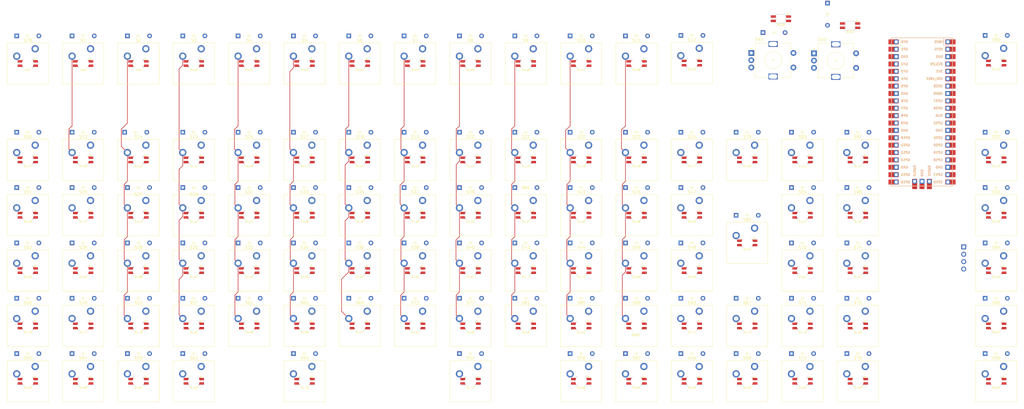
<source format=kicad_pcb>
(kicad_pcb (version 20240108) (generator "pcbnew") (generator_version "8.0")
  (layers (0 "F.Cu" signal) (31 "B.Cu" signal) (34 "B.Paste" user) (35 "F.Paste" user) (36 "B.SilkS" user "B.Silkscreen") (37 "F.SilkS" user "F.Silkscreen") (38 "B.Mask" user) (39 "F.Mask" user) (44 "Edge.Cuts" user))
  (net 0 "")
  (net 1 "Net-(D1-A)")
  (net 2 "Row 1")
  (net 3 "Net-(D2-A)")
  (net 4 "Net-(D3-A)")
  (net 5 "Net-(D4-A)")
  (net 6 "Net-(D5-A)")
  (net 7 "Net-(D6-A)")
  (net 8 "Net-(D7-A)")
  (net 9 "Net-(D8-A)")
  (net 10 "Net-(D9-A)")
  (net 11 "Net-(D10-A)")
  (net 12 "Net-(D11-A)")
  (net 13 "Net-(D12-A)")
  (net 14 "Net-(D13-A)")
  (net 15 "Row 2")
  (net 16 "Net-(D14-A)")
  (net 17 "Net-(D15-A)")
  (net 18 "Net-(D16-A)")
  (net 19 "Net-(D17-A)")
  (net 20 "Net-(D18-A)")
  (net 21 "Net-(D19-A)")
  (net 22 "Net-(D20-A)")
  (net 23 "Net-(D21-A)")
  (net 24 "Net-(D22-A)")
  (net 25 "Net-(D23-A)")
  (net 26 "Net-(D24-A)")
  (net 27 "Net-(D25-A)")
  (net 28 "Row 3")
  (net 29 "Net-(D26-A)")
  (net 30 "Row 4")
  (net 31 "Net-(D27-A)")
  (net 32 "Net-(D28-A)")
  (net 33 "Net-(D29-A)")
  (net 34 "Net-(D30-A)")
  (net 35 "Net-(D31-A)")
  (net 36 "Net-(D32-A)")
  (net 37 "Net-(D33-A)")
  (net 38 "Net-(D34-A)")
  (net 39 "Net-(D35-A)")
  (net 40 "Net-(D36-A)")
  (net 41 "Net-(D37-A)")
  (net 42 "Net-(D38-A)")
  (net 43 "Net-(D39-A)")
  (net 44 "Net-(D40-A)")
  (net 45 "Net-(D41-A)")
  (net 46 "Net-(D42-A)")
  (net 47 "Net-(D43-A)")
  (net 48 "Net-(D44-A)")
  (net 49 "Net-(D45-A)")
  (net 50 "Net-(D46-A)")
  (net 51 "Net-(D47-A)")
  (net 52 "Net-(D48-A)")
  (net 53 "Row 5")
  (net 54 "Net-(D49-A)")
  (net 55 "Net-(D50-A)")
  (net 56 "Row 6")
  (net 57 "Row 7")
  (net 58 "Net-(D51-A)")
  (net 59 "Row 8")
  (net 60 "Net-(D52-A)")
  (net 61 "Net-(D53-A)")
  (net 62 "Net-(D54-A)")
  (net 63 "Net-(D55-A)")
  (net 64 "Net-(D56-A)")
  (net 65 "Net-(D57-A)")
  (net 66 "Net-(D58-A)")
  (net 67 "Net-(D59-A)")
  (net 68 "Net-(D60-A)")
  (net 69 "Net-(D61-A)")
  (net 70 "Net-(D62-A)")
  (net 71 "Net-(D63-A)")
  (net 72 "Net-(D64-A)")
  (net 73 "Net-(D65-A)")
  (net 74 "Net-(D66-A)")
  (net 75 "Net-(D67-A)")
  (net 76 "Net-(D68-A)")
  (net 77 "Net-(D69-A)")
  (net 78 "Net-(D70-A)")
  (net 79 "Net-(D71-A)")
  (net 80 "Net-(D72-A)")
  (net 81 "Net-(D73-A)")
  (net 82 "Net-(D74-A)")
  (net 83 "Net-(D75-A)")
  (net 84 "Net-(D76-A)")
  (net 85 "Net-(D77-A)")
  (net 86 "Net-(D78-A)")
  (net 87 "Net-(D79-A)")
  (net 88 "Net-(D80-A)")
  (net 89 "Net-(D81-A)")
  (net 90 "Net-(D82-A)")
  (net 91 "Net-(D83-A)")
  (net 92 "Net-(D84-A)")
  (net 93 "Net-(D85-A)")
  (net 94 "Net-(D86-A)")
  (net 95 "Net-(D87-A)")
  (net 96 "Net-(D88-A)")
  (net 97 "Net-(D89-A)")
  (net 98 "Net-(D90-A)")
  (net 99 "Net-(D91-A)")
  (net 100 "Net-(D92-A)")
  (net 101 "Net-(D93-A)")
  (net 102 "Net-(D94-A)")
  (net 103 "Net-(D95-A)")
  (net 104 "Net-(D96-A)")
  (net 105 "GND")
  (net 106 "WS_Led")
  (net 107 "Net-(D97-DOUT)")
  (net 108 "+5V")
  (net 109 "Net-(D98-DOUT)")
  (net 110 "Net-(D100-DIN)")
  (net 111 "Net-(D100-DOUT)")
  (net 112 "Net-(D101-DOUT)")
  (net 113 "Net-(D102-DOUT)")
  (net 114 "Net-(D103-DOUT)")
  (net 115 "Net-(D104-DOUT)")
  (net 116 "Net-(D105-DOUT)")
  (net 117 "Net-(D106-DOUT)")
  (net 118 "Net-(D107-DOUT)")
  (net 119 "Net-(D108-DOUT)")
  (net 120 "Net-(D109-DOUT)")
  (net 121 "Net-(D110-DOUT)")
  (net 122 "Net-(D111-DOUT)")
  (net 123 "Net-(D112-DOUT)")
  (net 124 "Net-(D113-DOUT)")
  (net 125 "Net-(D114-DOUT)")
  (net 126 "Net-(D115-DOUT)")
  (net 127 "Net-(D116-DOUT)")
  (net 128 "Net-(D117-DOUT)")
  (net 129 "Net-(D118-DOUT)")
  (net 130 "Net-(D119-DOUT)")
  (net 131 "Net-(D120-DOUT)")
  (net 132 "Net-(D121-DOUT)")
  (net 133 "Net-(D122-DIN)")
  (net 134 "Net-(D122-DOUT)")
  (net 135 "Net-(D123-DOUT)")
  (net 136 "Net-(D124-DOUT)")
  (net 137 "Net-(D125-DOUT)")
  (net 138 "Net-(D126-DOUT)")
  (net 139 "Net-(D127-DOUT)")
  (net 140 "Net-(D128-DOUT)")
  (net 141 "Net-(D129-DOUT)")
  (net 142 "Net-(D130-DOUT)")
  (net 143 "Net-(D131-DOUT)")
  (net 144 "Net-(D132-DOUT)")
  (net 145 "Net-(D133-DOUT)")
  (net 146 "Net-(D134-DOUT)")
  (net 147 "Net-(D135-DOUT)")
  (net 148 "Net-(D136-DOUT)")
  (net 149 "Net-(D137-DOUT)")
  (net 150 "Net-(D138-DOUT)")
  (net 151 "Net-(D139-DOUT)")
  (net 152 "Net-(D140-DOUT)")
  (net 153 "Net-(D141-DOUT)")
  (net 154 "Net-(D142-DOUT)")
  (net 155 "Net-(D144-DOUT)")
  (net 156 "Net-(D145-DOUT)")
  (net 157 "Net-(D146-DIN)")
  (net 158 "Net-(D146-DOUT)")
  (net 159 "Net-(D147-DOUT)")
  (net 160 "Net-(D147-DIN)")
  (net 161 "Net-(D148-DOUT)")
  (net 162 "Net-(D148-DIN)")
  (net 163 "Net-(D149-DOUT)")
  (net 164 "Net-(D150-DOUT)")
  (net 165 "Net-(D151-DOUT)")
  (net 166 "Net-(D152-DOUT)")
  (net 167 "Net-(D153-DOUT)")
  (net 168 "Net-(D154-DOUT)")
  (net 169 "Net-(D155-DOUT)")
  (net 170 "Net-(D156-DOUT)")
  (net 171 "Net-(D157-DOUT)")
  (net 172 "Net-(D158-DOUT)")
  (net 173 "Net-(D159-DOUT)")
  (net 174 "Net-(D160-DOUT)")
  (net 175 "Net-(D161-DOUT)")
  (net 176 "Net-(D162-DOUT)")
  (net 177 "Net-(D163-DOUT)")
  (net 178 "Net-(D164-DOUT)")
  (net 179 "Net-(D165-DOUT)")
  (net 180 "Net-(D166-DOUT)")
  (net 181 "Net-(D167-DOUT)")
  (net 182 "Net-(D168-DOUT)")
  (net 183 "Net-(D169-DOUT)")
  (net 184 "Net-(D170-DOUT)")
  (net 185 "Net-(D171-DOUT)")
  (net 186 "Net-(D172-DOUT)")
  (net 187 "Net-(D173-DOUT)")
  (net 188 "Net-(D174-DOUT)")
  (net 189 "Net-(D175-DOUT)")
  (net 190 "Net-(D176-DOUT)")
  (net 191 "Net-(D177-DOUT)")
  (net 192 "Net-(D178-DOUT)")
  (net 193 "Net-(D179-DOUT)")
  (net 194 "Net-(D180-DOUT)")
  (net 195 "Net-(D181-DOUT)")
  (net 196 "Net-(D182-DOUT)")
  (net 197 "Net-(D183-DOUT)")
  (net 198 "Net-(D184-DOUT)")
  (net 199 "Net-(D185-DOUT)")
  (net 200 "Net-(D186-DOUT)")
  (net 201 "Net-(D187-DOUT)")
  (net 202 "Net-(D188-DOUT)")
  (net 204 "SDA")
  (net 205 "SCL")
  (net 206 "Col 1")
  (net 207 "Col 2")
  (net 208 "Col 3")
  (net 209 "Col 4")
  (net 210 "Col 5")
  (net 211 "Col 6")
  (net 212 "Col 7")
  (net 213 "Col 8")
  (net 214 "Col 9")
  (net 215 "Col 10")
  (net 216 "Col 11")
  (net 217 "Col 12")
  (net 218 "Rotary A1")
  (net 219 "Rotary B")
  (net 220 "Rotary A2")
  (net 233 "+3.3V")
  (footprint "ScottoKeebs_Components:Diode_DO-35" (layer "F.Cu") (at 301.31375 199.405)
    (property "Reference" "D72" (hide yes))
    (property "Value" "Diode" (hide yes))
  )
  (footprint "ScottoKeebs_Components:Diode_DO-35" (layer "F.Cu") (at 187.01375 199.405)
    (property "Reference" "D54" (hide yes))
    (property "Value" "Diode" (hide yes))
  )
  (footprint "leds:SK6812MINI-E" (layer "F.Cu") (at 247.97375 151.78)
    (property "Reference" "D138")
    (property "Value" "LED_WS2812B" (hide yes))
    (fp_line (start -1.7 -1.5) (end 1.7 -1.5) (stroke (width 0.12)) (layer "Edge.Cuts"))
    (fp_line (start -1.7 1.5) (end -1.7 -1.5) (stroke (width 0.12)) (layer "Edge.Cuts"))
    (fp_line (start 1.7 -1.5) (end 1.7 1.5) (stroke (width 0.12)) (layer "Edge.Cuts"))
    (fp_line (start 1.7 1.5) (end -1.7 1.5) (stroke (width 0.12)) (layer "Edge.Cuts"))
  )
  (footprint "leds:SK6812MINI-E" (layer "F.Cu") (at 228.92375 189.88)
    (property "Reference" "D163")
    (property "Value" "LED_WS2812B" (hide yes))
    (fp_line (start -1.7 -1.5) (end 1.7 -1.5) (stroke (width 0.12)) (layer "Edge.Cuts"))
    (fp_line (start -1.7 1.5) (end -1.7 -1.5) (stroke (width 0.12)) (layer "Edge.Cuts"))
    (fp_line (start 1.7 -1.5) (end 1.7 1.5) (stroke (width 0.12)) (layer "Edge.Cuts"))
    (fp_line (start 1.7 1.5) (end -1.7 1.5) (stroke (width 0.12)) (layer "Edge.Cuts"))
  )
  (footprint "ScottoKeebs_Components:Diode_DO-35" (layer "F.Cu") (at 367.98875 142.255)
    (property "Reference" "D92" (hide yes))
    (property "Value" "Diode" (hide yes))
  )
  (footprint "ScottoKeebs_Components:Diode_DO-35" (layer "F.Cu") (at 263.21375 142.255)
    (property "Reference" "D47" (hide yes))
    (property "Value" "Diode" (hide yes))
  )
  (footprint "ScottoKeebs_Components:Diode_DO-35" (layer "F.Cu") (at 206.06375 161.305)
    (property "Reference" "D42" (hide yes))
    (property "Value" "Diode" (hide yes))
  )
  (footprint "leds:SK6812MINI-E" (layer "F.Cu") (at 38.42375 151.78)
    (property "Reference" "D139")
    (property "Value" "LED_WS2812B" (hide yes))
    (fp_line (start -1.7 -1.5) (end 1.7 -1.5) (stroke (width 0.12)) (layer "Edge.Cuts"))
    (fp_line (start -1.7 1.5) (end -1.7 -1.5) (stroke (width 0.12)) (layer "Edge.Cuts"))
    (fp_line (start 1.7 -1.5) (end 1.7 1.5) (stroke (width 0.12)) (layer "Edge.Cuts"))
    (fp_line (start 1.7 1.5) (end -1.7 1.5) (stroke (width 0.12)) (layer "Edge.Cuts"))
  )
  (footprint "ScottoKeebs_Components:Diode_DO-35" (layer "F.Cu") (at 225.11375 161.305)
    (property "Reference" "D44" (hide yes))
    (property "Value" "Diode" (hide yes))
  )
  (footprint "ScottoKeebs_MX:MX_PCB_1.00u" (layer "F.Cu") (at 38.42375 99.55125)
    (property "Reference" "S78")
    (property "Value" "Keyswitch")
  )
  (footprint "ScottoKeebs_Components:Diode_DO-35" (layer "F.Cu") (at 263.21375 199.405)
    (property "Reference" "D66" (hide yes))
    (property "Value" "Diode" (hide yes))
  )
  (footprint "ScottoKeebs_MX:MX_PCB_1.00u" (layer "F.Cu") (at 190.82375 132.73)
    (property "Reference" "S20")
    (property "Value" "Keyswitch")
  )
  (footprint "leds:SK6812MINI-E" (layer "F.Cu") (at 38.42375 132.73)
    (property "Reference" "D137")
    (property "Value" "LED_WS2812B" (hide yes))
    (fp_line (start -1.7 -1.5) (end 1.7 -1.5) (stroke (width 0.12)) (layer "Edge.Cuts"))
    (fp_line (start -1.7 1.5) (end -1.7 -1.5) (stroke (width 0.12)) (layer "Edge.Cuts"))
    (fp_line (start 1.7 -1.5) (end 1.7 1.5) (stroke (width 0.12)) (layer "Edge.Cuts"))
    (fp_line (start 1.7 1.5) (end -1.7 1.5) (stroke (width 0.12)) (layer "Edge.Cuts"))
  )
  (footprint "ScottoKeebs_Components:Diode_DO-35" (layer "F.Cu") (at 187.01375 161.305)
    (property "Reference" "D40" (hide yes))
    (property "Value" "Diode" (hide yes))
  )
  (footprint "ScottoKeebs_MX:MX_PCB_1.00u" (layer "F.Cu") (at 267.02375 170.83)
    (property "Reference" "S48")
    (property "Value" "Keyswitch")
  )
  (footprint "ScottoKeebs_Components:Diode_DO-35" (layer "F.Cu") (at 167.96375 123.205)
    (property "Reference" "D19" (hide yes))
    (property "Value" "Diode" (hide yes))
  )
  (footprint "leds:SK6812MINI-E" (layer "F.Cu") (at 190.82375 189.88)
    (property "Reference" "D155")
    (property "Value" "LED_WS2812B" (hide yes))
    (fp_line (start -1.7 -1.5) (end 1.7 -1.5) (stroke (width 0.12)) (layer "Edge.Cuts"))
    (fp_line (start -1.7 1.5) (end -1.7 -1.5) (stroke (width 0.12)) (layer "Edge.Cuts"))
    (fp_line (start 1.7 -1.5) (end 1.7 1.5) (stroke (width 0.12)) (layer "Edge.Cuts"))
    (fp_line (start 1.7 1.5) (end -1.7 1.5) (stroke (width 0.12)) (layer "Edge.Cuts"))
  )
  (footprint "leds:SK6812MINI-E" (layer "F.Cu") (at 247.97375 132.73)
    (property "Reference" "D118")
    (property "Value" "LED_WS2812B" (hide yes))
    (fp_line (start -1.7 -1.5) (end 1.7 -1.5) (stroke (width 0.12)) (layer "Edge.Cuts"))
    (fp_line (start -1.7 1.5) (end -1.7 -1.5) (stroke (width 0.12)) (layer "Edge.Cuts"))
    (fp_line (start 1.7 -1.5) (end 1.7 1.5) (stroke (width 0.12)) (layer "Edge.Cuts"))
    (fp_line (start 1.7 1.5) (end -1.7 1.5) (stroke (width 0.12)) (layer "Edge.Cuts"))
  )
  (footprint "ScottoKeebs_Components:Diode_DO-35" (layer "F.Cu") (at 91.76375 142.255)
    (property "Reference" "D29" (hide yes))
    (property "Value" "Diode" (hide yes))
  )
  (footprint "ScottoKeebs_Components:Diode_DO-35" (layer "F.Cu") (at 34.61375 180.355)
    (property "Reference" "D56" (hide yes))
    (property "Value" "Diode" (hide yes))
  )
  (footprint "ScottoKeebs_MX:MX_PCB_1.00u" (layer "F.Cu") (at 209.87375 170.83)
    (property "Reference" "S42")
    (property "Value" "Keyswitch")
  )
  (footprint "ScottoKeebs_MX:MX_PCB_1.00u" (layer "F.Cu") (at 267.02375 99.3925)
    (property "Reference" "S12")
    (property "Value" "Keyswitch")
  )
  (footprint "ScottoKeebs_MX:MX_PCB_1.00u" (layer "F.Cu") (at 305.12375 208.93)
    (property "Reference" "S72")
    (property "Value" "Keyswitch")
  )
  (footprint "leds:SK6812MINI-E" (layer "F.Cu") (at 95.57375 151.78)
    (property "Reference" "D122")
    (property "Value" "LED_WS2812B" (hide yes))
    (fp_line (start -1.7 -1.5) (end 1.7 -1.5) (stroke (width 0.12)) (layer "Edge.Cuts"))
    (fp_line (start -1.7 1.5) (end -1.7 -1.5) (stroke (width 0.12)) (layer "Edge.Cuts"))
    (fp_line (start 1.7 -1.5) (end 1.7 1.5) (stroke (width 0.12)) (layer "Edge.Cuts"))
    (fp_line (start 1.7 1.5) (end -1.7 1.5) (stroke (width 0.12)) (layer "Edge.Cuts"))
  )
  (footprint "leds:SK6812MINI-E" (layer "F.Cu") (at 133.67375 170.83)
    (property "Reference" "D146")
    (property "Value" "LED_WS2812B" (hide yes))
    (fp_line (start -1.7 -1.5) (end 1.7 -1.5) (stroke (width 0.12)) (layer "Edge.Cuts"))
    (fp_line (start -1.7 1.5) (end -1.7 -1.5) (stroke (width 0.12)) (layer "Edge.Cuts"))
    (fp_line (start 1.7 -1.5) (end 1.7 1.5) (stroke (width 0.12)) (layer "Edge.Cuts"))
    (fp_line (start 1.7 1.5) (end -1.7 1.5) (stroke (width 0.12)) (layer "Edge.Cuts"))
  )
  (footprint "leds:SK6812MINI-E" (layer "F.Cu") (at 190.82375 208.93)
    (property "Reference" "D172")
    (property "Value" "LED_WS2812B" (hide yes))
    (fp_line (start -1.7 -1.5) (end 1.7 -1.5) (stroke (width 0.12)) (layer "Edge.Cuts"))
    (fp_line (start -1.7 1.5) (end -1.7 -1.5) (stroke (width 0.12)) (layer "Edge.Cuts"))
    (fp_line (start 1.7 -1.5) (end 1.7 1.5) (stroke (width 0.12)) (layer "Edge.Cuts"))
    (fp_line (start 1.7 1.5) (end -1.7 1.5) (stroke (width 0.12)) (layer "Edge.Cuts"))
  )
  (footprint "ScottoKeebs_Components:Diode_DO-35" (layer "F.Cu") (at 225.11375 199.405)
    (property "Reference" "D58" (hide yes))
    (property "Value" "Diode" (hide yes))
  )
  (footprint "ScottoKeebs_MX:MX_PCB_1.00u" (layer "F.Cu") (at 324.17375 170.83)
    (property "Reference" "S74")
    (property "Value" "Keyswitch")
  )
  (footprint "leds:SK6812MINI-E" (layer "F.Cu") (at 371.79875 99.3925)
    (property "Reference" "D112")
    (property "Value" "LED_WS2812B" (hide yes))
    (fp_line (start -1.7 -1.5) (end 1.7 -1.5) (stroke (width 0.12)) (layer "Edge.Cuts"))
    (fp_line (start -1.7 1.5) (end -1.7 -1.5) (stroke (width 0.12)) (layer "Edge.Cuts"))
    (fp_line (start 1.7 -1.5) (end 1.7 1.5) (stroke (width 0.12)) (layer "Edge.Cuts"))
    (fp_line (start 1.7 1.5) (end -1.7 1.5) (stroke (width 0.12)) (layer "Edge.Cuts"))
  )
  (footprint "ScottoKeebs_MX:MX_PCB_1.00u" (layer "F.Cu") (at 76.52375 189.88)
    (property "Reference" "S53")
    (property "Value" "Keyswitch")
  )
  (footprint "ScottoKeebs_MX:MX_PCB_1.00u" (layer "F.Cu") (at 228.92375 170.83)
    (property "Reference" "S44")
    (property "Value" "Keyswitch")
  )
  (footprint "ScottoKeebs_Components:Diode_DO-35" (layer "F.Cu") (at 244.16375 123.205)
    (property "Reference" "D23" (hide yes))
    (property "Value" "Diode" (hide yes))
  )
  (footprint "ScottoKeebs_MX:MX_PCB_1.00u" (layer "F.Cu") (at 114.62375 170.83)
    (property "Reference" "S32")
    (property "Value" "Keyswitch")
  )
  (footprint "leds:SK6812MINI-E" (layer "F.Cu") (at 95.57375 189.88)
    (property "Reference" "D182")
    (property "Value" "LED_WS2812B" (hide yes))
    (fp_line (start -1.7 -1.5) (end 1.7 -1.5) (stroke (width 0.12)) (layer "Edge.Cuts"))
    (fp_line (start -1.7 1.5) (end -1.7 -1.5) (stroke (width 0.12)) (layer "Edge.Cuts"))
    (fp_line (start 1.7 -1.5) (end 1.7 1.5) (stroke (width 0.12)) (layer "Edge.Cuts"))
    (fp_line (start 1.7 1.5) (end -1.7 1.5) (stroke (width 0.12)) (layer "Edge.Cuts"))
  )
  (footprint "ScottoKeebs_Components:Diode_DO-35" (layer "F.Cu") (at 72.71375 180.355)
    (property "Reference" "D53" (hide yes))
    (property "Value" "Diode" (hide yes))
  )
  (footprint "ScottoKeebs_Components:Diode_DO-35" (layer "F.Cu") (at 53.66375 180.355)
    (property "Reference" "D49" (hide yes))
    (property "Value" "Diode" (hide yes))
  )
  (footprint "ScottoKeebs_Components:Diode_DO-35" (layer "F.Cu") (at 187.01375 123.205)
    (property "Reference" "D20" (hide yes))
    (property "Value" "Diode" (hide yes))
  )
  (footprint "ScottoKeebs_Components:Diode_DO-35" (layer "F.Cu") (at 282.26375 151.78)
    (property "Reference" "D80" (hide yes))
    (property "Value" "Diode" (hide yes))
  )
  (footprint "leds:SK6812MINI-E" (layer "F.Cu") (at 324.17375 189.88)
    (property "Reference" "D183")
    (property "Value" "LED_WS2812B" (hide yes))
    (fp_line (start -1.7 -1.5) (end 1.7 -1.5) (stroke (width 0.12)) (layer "Edge.Cuts"))
    (fp_line (start -1.7 1.5) (end -1.7 -1.5) (stroke (width 0.12)) (layer "Edge.Cuts"))
    (fp_line (start 1.7 -1.5) (end 1.7 1.5) (stroke (width 0.12)) (layer "Edge.Cuts"))
    (fp_line (start 1.7 1.5) (end -1.7 1.5) (stroke (width 0.12)) (layer "Edge.Cuts"))
  )
  (footprint "ScottoKeebs_Components:Diode_DO-35" (layer "F.Cu") (at 263.21375 123.205)
    (property "Reference" "D24" (hide yes))
    (property "Value" "Diode" (hide yes))
  )
  (footprint "ScottoKeebs_MX:MX_PCB_1.00u" (layer "F.Cu") (at 267.02375 189.88)
    (property "Reference" "S93")
    (property "Value" "Keyswitch")
  )
  (footprint "leds:SK6812MINI-E" (layer "F.Cu") (at 286.07375 208.93)
    (property "Reference" "D156")
    (property "Value" "LED_WS2812B" (hide yes))
    (fp_line (start -1.7 -1.5) (end 1.7 -1.5) (stroke (width 0.12)) (layer "Edge.Cuts"))
    (fp_line (start -1.7 1.5) (end -1.7 -1.5) (stroke (width 0.12)) (layer "Edge.Cuts"))
    (fp_line (start 1.7 -1.5) (end 1.7 1.5) (stroke (width 0.12)) (layer "Edge.Cuts"))
    (fp_line (start 1.7 1.5) (end -1.7 1.5) (stroke (width 0.12)) (layer "Edge.Cuts"))
  )
  (footprint "leds:SK6812MINI-E" (layer "F.Cu") (at 114.62375 170.83)
    (property "Reference" "D150")
    (property "Value" "LED_WS2812B" (hide yes))
    (fp_line (start -1.7 -1.5) (end 1.7 -1.5) (stroke (width 0.12)) (layer "Edge.Cuts"))
    (fp_line (start -1.7 1.5) (end -1.7 -1.5) (stroke (width 0.12)) (layer "Edge.Cuts"))
    (fp_line (start 1.7 -1.5) (end 1.7 1.5) (stroke (width 0.12)) (layer "Edge.Cuts"))
    (fp_line (start 1.7 1.5) (end -1.7 1.5) (stroke (width 0.12)) (layer "Edge.Cuts"))
  )
  (footprint "leds:SK6812MINI-E" (layer "F.Cu") (at 114.62375 99.55125)
    (property "Reference" "D101")
    (property "Value" "LED_WS2812B" (hide yes))
    (fp_line (start -1.7 -1.5) (end 1.7 -1.5) (stroke (width 0.12)) (layer "Edge.Cuts"))
    (fp_line (start -1.7 1.5) (end -1.7 -1.5) (stroke (width 0.12)) (layer "Edge.Cuts"))
    (fp_line (start 1.7 -1.5) (end 1.7 1.5) (stroke (width 0.12)) (layer "Edge.Cuts"))
    (fp_line (start 1.7 1.5) (end -1.7 1.5) (stroke (width 0.12)) (layer "Edge.Cuts"))
  )
  (footprint "leds:SK6812MINI-E" (layer "F.Cu") (at 95.57375 99.55125)
    (property "Reference" "D100")
    (property "Value" "LED_WS2812B" (hide yes))
    (fp_line (start -1.7 -1.5) (end 1.7 -1.5) (stroke (width 0.12)) (layer "Edge.Cuts"))
    (fp_line (start -1.7 1.5) (end -1.7 -1.5) (stroke (width 0.12)) (layer "Edge.Cuts"))
    (fp_line (start 1.7 -1.5) (end 1.7 1.5) (stroke (width 0.12)) (layer "Edge.Cuts"))
    (fp_line (start 1.7 1.5) (end -1.7 1.5) (stroke (width 0.12)) (layer "Edge.Cuts"))
  )
  (footprint "leds:SK6812MINI-E" (layer "F.Cu") (at 38.42375 170.83)
    (property "Reference" "D166")
    (property "Value" "LED_WS2812B" (hide yes))
    (fp_line (start -1.7 -1.5) (end 1.7 -1.5) (stroke (width 0.12)) (layer "Edge.Cuts"))
    (fp_line (start -1.7 1.5) (end -1.7 -1.5) (stroke (width 0.12)) (layer "Edge.Cuts"))
    (fp_line (start 1.7 -1.5) (end 1.7 1.5) (stroke (width 0.12)) (layer "Edge.Cuts"))
    (fp_line (start 1.7 1.5) (end -1.7 1.5) (stroke (width 0.12)) (layer "Edge.Cuts"))
  )
  (footprint "ScottoKeebs_Components:Diode_DO-35" (layer "F.Cu") (at 91.76375 180.355)
    (property "Reference" "D57" (hide yes))
    (property "Value" "Diode" (hide yes))
  )
  (footprint "ScottoKeebs_MX:MX_PCB_1.00u" (layer "F.Cu") (at 324.17375 208.93)
    (property "Reference" "S76")
    (property "Value" "Keyswitch")
  )
  (footprint "ScottoKeebs_Components:Diode_DO-35" (layer "F.Cu") (at 148.91375 180.355)
    (property "Reference" "D69" (hide yes))
    (property "Value" "Diode" (hide yes))
  )
  (footprint "Rotary_Encoder:RotaryEncoder_Alps_EC11E-Switch_Vertical_H20mm" (layer "F.Cu") (at 287.4825 95.9175)
    (property "Reference" "SW1")
    (property "Value" "RotaryEncoder_Switch")
  )
  (footprint "ScottoKeebs_Components:Diode_DO-35" (layer "F.Cu") (at 53.66375 123.205)
    (property "Reference" "D13" (hide yes))
    (property "Value" "Diode" (hide yes))
  )
  (footprint "ScottoKeebs_Components:Diode_DO-35" (layer "F.Cu") (at 225.11375 123.205)
    (property "Reference" "D22" (hide yes))
    (property "Value" "Diode" (hide yes))
  )
  (footprint "ScottoKeebs_Components:Diode_DO-35" (layer "F.Cu") (at 320.36375 199.405)
    (property "Reference" "D76" (hide yes))
    (property "Value" "Diode" (hide yes))
  )
  (footprint "leds:SK6812MINI-E" (layer "F.Cu") (at 371.79875 189.88)
    (property "Reference" "D187")
    (property "Value" "LED_WS2812B" (hide yes))
    (fp_line (start -1.7 -1.5) (end 1.7 -1.5) (stroke (width 0.12)) (layer "Edge.Cuts"))
    (fp_line (start -1.7 1.5) (end -1.7 -1.5) (stroke (width 0.12)) (layer "Edge.Cuts"))
    (fp_line (start 1.7 -1.5) (end 1.7 1.5) (stroke (width 0.12)) (layer "Edge.Cuts"))
    (fp_line (start 1.7 1.5) (end -1.7 1.5) (stroke (width 0.12)) (layer "Edge.Cuts"))
  )
  (footprint "leds:SK6812MINI-E" (layer "F.Cu") (at 371.79875 208.93)
    (property "Reference" "D191")
    (property "Value" "LED_WS2812B" (hide yes))
    (fp_line (start -1.7 -1.5) (end 1.7 -1.5) (stroke (width 0.12)) (layer "Edge.Cuts"))
    (fp_line (start -1.7 1.5) (end -1.7 -1.5) (stroke (width 0.12)) (layer "Edge.Cuts"))
    (fp_line (start 1.7 -1.5) (end 1.7 1.5) (stroke (width 0.12)) (layer "Edge.Cuts"))
    (fp_line (start 1.7 1.5) (end -1.7 1.5) (stroke (width 0.12)) (layer "Edge.Cuts"))
  )
  (footprint "ScottoKeebs_MX:MX_PCB_1.00u" (layer "F.Cu") (at 57.47375 132.73)
    (property "Reference" "S13")
    (property "Value" "Keyswitch")
  )
  (footprint "ScottoKeebs_MX:MX_PCB_1.00u" (layer "F.Cu") (at 171.77375 132.73)
    (property "Reference" "S19")
    (property "Value" "Keyswitch")
  )
  (footprint "ScottoKeebs_MX:MX_PCB_1.00u" (layer "F.Cu") (at 209.87375 132.73)
    (property "Reference" "S21")
    (property "Value" "Keyswitch")
  )
  (footprint "leds:SK6812MINI-E" (layer "F.Cu") (at 133.67375 99.55125)
    (property "Reference" "D102")
    (property "Value" "LED_WS2812B" (hide yes))
    (fp_line (start -1.7 -1.5) (end 1.7 -1.5) (stroke (width 0.12)) (layer "Edge.Cuts"))
    (fp_line (start -1.7 1.5) (end -1.7 -1.5) (stroke (width 0.12)) (layer "Edge.Cuts"))
    (fp_line (start 1.7 -1.5) (end 1.7 1.5) (stroke (width 0.12)) (layer "Edge.Cuts"))
    (fp_line (start 1.7 1.5) (end -1.7 1.5) (stroke (width 0.12)) (layer "Edge.Cuts"))
  )
  (footprint "leds:SK6812MINI-E" (layer "F.Cu") (at 133.67375 151.78)
    (property "Reference" "D126")
    (property "Value" "LED_WS2812B" (hide yes))
    (fp_line (start -1.7 -1.5) (end 1.7 -1.5) (stroke (width 0.12)) (layer "Edge.Cuts"))
    (fp_line (start -1.7 1.5) (end -1.7 -1.5) (stroke (width 0.12)) (layer "Edge.Cuts"))
    (fp_line (start 1.7 -1.5) (end 1.7 1.5) (stroke (width 0.12)) (layer "Edge.Cuts"))
    (fp_line (start 1.7 1.5) (end -1.7 1.5) (stroke (width 0.12)) (layer "Edge.Cuts"))
  )
  (footprint "ScottoKeebs_MX:MX_PCB_1.00u" (layer "F.Cu") (at 267.02375 132.73)
    (property "Reference" "S24")
    (property "Value" "Keyswitch")
  )
  (footprint "ScottoKeebs_MX:MX_PCB_1.00u" (layer "F.Cu") (at 324.17375 189.88)
    (property "Reference" "S75")
    (property "Value" "Keyswitch")
  )
  (footprint "leds:SK6812MINI-E" (layer "F.Cu") (at 209.87375 132.73)
    (property "Reference" "D120")
    (property "Value" "LED_WS2812B" (hide yes))
    (fp_line (start -1.7 -1.5) (end 1.7 -1.5) (stroke (width 0.12)) (layer "Edge.Cuts"))
    (fp_line (start -1.7 1.5) (end -1.7 -1.5) (stroke (width 0.12)) (layer "Edge.Cuts"))
    (fp_line (start 1.7 -1.5) (end 1.7 1.5) (stroke (width 0.12)) (layer "Edge.Cuts"))
    (fp_line (start 1.7 1.5) (end -1.7 1.5) (stroke (width 0.12)) (layer "Edge.Cuts"))
  )
  (footprint "leds:SK6812MINI-E" (layer "F.Cu") (at 152.72375 99.55125)
    (property "Reference" "D103")
    (property "Value" "LED_WS2812B" (hide yes))
    (fp_line (start -1.7 -1.5) (end 1.7 -1.5) (stroke (width 0.12)) (layer "Edge.Cuts"))
    (fp_line (start -1.7 1.5) (end -1.7 -1.5) (stroke (width 0.12)) (layer "Edge.Cuts"))
    (fp_line (start 1.7 -1.5) (end 1.7 1.5) (stroke (width 0.12)) (layer "Edge.Cuts"))
    (fp_line (start 1.7 1.5) (end -1.7 1.5) (stroke (width 0.12)) (layer "Edge.Cuts"))
  )
  (footprint "leds:SK6812MINI-E" (layer "F.Cu") (at 371.79875 151.78)
    (property "Reference" "D149")
    (property "Value" "LED_WS2812B" (hide yes))
    (fp_line (start -1.7 -1.5) (end 1.7 -1.5) (stroke (width 0.12)) (layer "Edge.Cuts"))
    (fp_line (start -1.7 1.5) (end -1.7 -1.5) (stroke (width 0.12)) (layer "Edge.Cuts"))
    (fp_line (start 1.7 -1.5) (end 1.7 1.5) (stroke (width 0.12)) (layer "Edge.Cuts"))
    (fp_line (start 1.7 1.5) (end -1.7 1.5) (stroke (width 0.12)) (layer "Edge.Cuts"))
  )
  (footprint "leds:SK6812MINI-E" (layer "F.Cu") (at 76.52375 99.55125)
    (property "Reference" "D99")
    (property "Value" "LED_WS2812B" (hide yes))
    (fp_line (start -1.7 -1.5) (end 1.7 -1.5) (stroke (width 0.12)) (layer "Edge.Cuts"))
    (fp_line (start -1.7 1.5) (end -1.7 -1.5) (stroke (width 0.12)) (layer "Edge.Cuts"))
    (fp_line (start 1.7 -1.5) (end 1.7 1.5) (stroke (width 0.12)) (layer "Edge.Cuts"))
    (fp_line (start 1.7 1.5) (end -1.7 1.5) (stroke (width 0.12)) (layer "Edge.Cuts"))
  )
  (footprint "ScottoKeebs_Components:Diode_DO-35" (layer "F.Cu") (at 72.71375 142.255)
    (property "Reference" "D27" (hide yes))
    (property "Value" "Diode" (hide yes))
  )
  (footprint "leds:SK6812MINI-E" (layer "F.Cu") (at 209.87375 189.88)
    (property "Reference" "D159")
    (property "Value" "LED_WS2812B" (hide yes))
    (fp_line (start -1.7 -1.5) (end 1.7 -1.5) (stroke (width 0.12)) (layer "Edge.Cuts"))
    (fp_line (start -1.7 1.5) (end -1.7 -1.5) (stroke (width 0.12)) (layer "Edge.Cuts"))
    (fp_line (start 1.7 -1.5) (end 1.7 1.5) (stroke (width 0.12)) (layer "Edge.Cuts"))
    (fp_line (start 1.7 1.5) (end -1.7 1.5) (stroke (width 0.12)) (layer "Edge.Cuts"))
  )
  (footprint "leds:SK6812MINI-E" (layer "F.Cu") (at 267.02375 151.78)
    (property "Reference" "D140")
    (property "Value" "LED_WS2812B" (hide yes))
    (fp_line (start -1.7 -1.5) (end 1.7 -1.5) (stroke (width 0.12)) (layer "Edge.Cuts"))
    (fp_line (start -1.7 1.5) (end -1.7 -1.5) (stroke (width 0.12)) (layer "Edge.Cuts"))
    (fp_line (start 1.7 -1.5) (end 1.7 1.5) (stroke (width 0.12)) (layer "Edge.Cuts"))
    (fp_line (start 1.7 1.5) (end -1.7 1.5) (stroke (width 0.12)) (layer "Edge.Cuts"))
  )
  (footprint "ScottoKeebs_MX:MX_PCB_1.00u" (layer "F.Cu") (at 228.92375 189.88)
    (property "Reference" "S85")
    (property "Value" "Keyswitch")
  )
  (footprint "leds:SK6812MINI-E" (layer "F.Cu") (at 152.72375 189.88)
    (property "Reference" "D147")
    (property "Value" "LED_WS2812B" (hide yes))
    (fp_line (start -1.7 -1.5) (end 1.7 -1.5) (stroke (width 0.12)) (layer "Edge.Cuts"))
    (fp_line (start -1.7 1.5) (end -1.7 -1.5) (stroke (width 0.12)) (layer "Edge.Cuts"))
    (fp_line (start 1.7 -1.5) (end 1.7 1.5) (stroke (width 0.12)) (layer "Edge.Cuts"))
    (fp_line (start 1.7 1.5) (end -1.7 1.5) (stroke (width 0.12)) (layer "Edge.Cuts"))
  )
  (footprint "ScottoKeebs_MX:MX_PCB_1.00u" (layer "F.Cu") (at 133.67375 151.78)
    (property "Reference" "S33")
    (property "Value" "Keyswitch")
  )
  (footprint "ScottoKeebs_MCU:Raspberry_Pi_Pico" (layer "F.Cu") (at 346.24 116.22)
    (property "Reference" "U1" (hide yes))
    (property "Value" "Raspberry_Pi_Pico" (hide yes))
  )
  (footprint "leds:SK6812MINI-E" (layer "F.Cu") (at 324.17375 151.78)
    (property "Reference" "D145")
    (property "Value" "LED_WS2812B" (hide yes))
    (fp_line (start -1.7 -1.5) (end 1.7 -1.5) (stroke (width 0.12)) (layer "Edge.Cuts"))
    (fp_line (start -1.7 1.5) (end -1.7 -1.5) (stroke (width 0.12)) (layer "Edge.Cuts"))
    (fp_line (start 1.7 -1.5) (end 1.7 1.5) (stroke (width 0.12)) (layer "Edge.Cuts"))
    (fp_line (start 1.7 1.5) (end -1.7 1.5) (stroke (width 0.12)) (layer "Edge.Cuts"))
  )
  (footprint "ScottoKeebs_MX:MX_PCB_1.00u" (layer "F.Cu") (at 38.42375 189.88)
    (property "Reference" "S56")
    (property "Value" "Keyswitch")
  )
  (footprint "ScottoKeebs_Components:Diode_DO-35" (layer "F.Cu") (at 167.96375 142.255)
    (property "Reference" "D37" (hide yes))
    (property "Value" "Diode" (hide yes))
  )
  (footprint "ScottoKeebs_MX:MX_PCB_1.00u" (layer "F.Cu") (at 38.42375 170.83)
    (property "Reference" "S52")
    (property "Value" "Keyswitch")
  )
  (footprint "ScottoKeebs_Components:Diode_DO-35" (layer "F.Cu") (at 167.96375 180.355)
    (property "Reference" "D73" (hide yes))
    (property "Value" "Diode" (hide yes))
  )
  (footprint "leds:SK6812MINI-E" (layer "F.Cu") (at 305.12375 170.83)
    (property "Reference" "D161")
    (property "Value" "LED_WS2812B" (hide yes))
    (fp_line (start -1.7 -1.5) (end 1.7 -1.5) (stroke (width 0.12)) (layer "Edge.Cuts"))
    (fp_line (start -1.7 1.5) (end -1.7 -1.5) (stroke (width 0.12)) (layer "Edge.Cuts"))
    (fp_line (start 1.7 -1.5) (end 1.7 1.5) (stroke (width 0.12)) (layer "Edge.Cuts"))
    (fp_line (start 1.7 1.5) (end -1.7 1.5) (stroke (width 0.12)) (layer "Edge.Cuts"))
  )
  (footprint "leds:SK6812MINI-E" (layer "F.Cu") (at 152.72375 170.83)
    (property "Reference" "D189")
    (property "Value" "LED_WS2812B" (hide yes))
    (fp_line (start -1.7 -1.5) (end 1.7 -1.5) (stroke (width 0.12)) (layer "Edge.Cuts"))
    (fp_line (start -1.7 1.5) (end -1.7 -1.5) (stroke (width 0.12)) (layer "Edge.Cuts"))
    (fp_line (start 1.7 -1.5) (end 1.7 1.5) (stroke (width 0.12)) (layer "Edge.Cuts"))
    (fp_line (start 1.7 1.5) (end -1.7 1.5) (stroke (width 0.12)) (layer "Edge.Cuts"))
  )
  (footprint "leds:SK6812MINI-E" (layer "F.Cu") (at 152.72375 151.78)
    (property "Reference" "D128")
    (property "Value" "LED_WS2812B" (hide yes))
    (fp_line (start -1.7 -1.5) (end 1.7 -1.5) (stroke (width 0.12)) (layer "Edge.Cuts"))
    (fp_line (start -1.7 1.5) (end -1.7 -1.5) (stroke (width 0.12)) (layer "Edge.Cuts"))
    (fp_line (start 1.7 -1.5) (end 1.7 1.5) (stroke (width 0.12)) (layer "Edge.Cuts"))
    (fp_line (start 1.7 1.5) (end -1.7 1.5) (stroke (width 0.12)) (layer "Edge.Cuts"))
  )
  (footprint "leds:SK6812MINI-E" (layer "F.Cu") (at 228.92375 151.78)
    (property "Reference" "D136")
    (property "Value" "LED_WS2812B" (hide yes))
    (fp_line (start -1.7 -1.5) (end 1.7 -1.5) (stroke (width 0.12)) (layer "Edge.Cuts"))
    (fp_line (start -1.7 1.5) (end -1.7 -1.5) (stroke (width 0.12)) (layer "Edge.Cuts"))
    (fp_line (start 1.7 -1.5) (end 1.7 1.5) (stroke (width 0.12)) (layer "Edge.Cuts"))
    (fp_line (start 1.7 1.5) (end -1.7 1.5) (stroke (width 0.12)) (layer "Edge.Cuts"))
  )
  (footprint "leds:SK6812MINI-E" (layer "F.Cu") (at 305.12375 151.78)
    (property "Reference" "D144")
    (property "Value" "LED_WS2812B" (hide yes))
    (fp_line (start -1.7 -1.5) (end 1.7 -1.5) (stroke (width 0.12)) (layer "Edge.Cuts"))
    (fp_line (start -1.7 1.5) (end -1.7 -1.5) (stroke (width 0.12)) (layer "Edge.Cuts"))
    (fp_line (start 1.7 -1.5) (end 1.7 1.5) (stroke (width 0.12)) (layer "Edge.Cuts"))
    (fp_line (start 1.7 1.5) (end -1.7 1.5) (stroke (width 0.12)) (layer "Edge.Cuts"))
  )
  (footprint "ScottoKeebs_MX:MX_PCB_1.00u" (layer "F.Cu") (at 247.97375 208.93)
    (property "Reference" "S62")
    (property "Value" "Keyswitch")
  )
  (footprint "ScottoKeebs_Components:Diode_DO-35" (layer "F.Cu") (at 91.76375 123.205)
    (property "Reference" "D15" (hide yes))
    (property "Value" "Diode" (hide yes))
  )
  (footprint "ScottoKeebs_MX:MX_PCB_1.00u" (layer "F.Cu") (at 305.12375 132.73)
    (property "Reference" "S83")
    (property "Value" "Keyswitch")
  )
  (footprint "ScottoKeebs_Components:Diode_DO-35" (layer "F.Cu") (at 225.11375 142.255)
    (property "Reference" "D43" (hide yes))
    (property "Value" "Diode" (hide yes))
  )
  (footprint "ScottoKeebs_MX:MX_PCB_1.00u" (layer "F.Cu") (at 371.79875 99.3925)
    (property "Reference" "S90")
    (property "Value" "Keyswitch")
  )
  (footprint "ScottoKeebs_Components:Diode_DO-35" (layer "F.Cu") (at 53.66375 161.305)
    (property "Reference" "D26" (hide yes))
    (property "Value" "Diode" (hide yes))
  )
  (footprint "ScottoKeebs_MX:MX_PCB_1.00u" (layer "F.Cu") (at 209.87375 99.55125)
    (property "Reference" "S9")
    (property "Value" "Keyswitch")
  )
  (footprint "ScottoKeebs_MX:MX_PCB_1.00u" (layer "F.Cu") (at 38.42375 132.73)
    (property "Reference" "S50")
    (property "Value" "Keyswitch")
  )
  (footprint "leds:SK6812MINI-E" (layer "F.Cu") (at 324.17375 170.83)
    (property "Reference" "D157")
    (property "Value" "LED_WS2812B" (hide yes))
    (fp_line (start -1.7 -1.5) (end 1.7 -1.5) (stroke (width 0.12)) (layer "Edge.Cuts"))
    (fp_line (start -1.7 1.5) (end -1.7 -1.5) (stroke (width 0.12)) (layer "Edge.Cuts"))
    (fp_line (start 1.7 -1.5) (end 1.7 1.5) (stroke (width 0.12)) (layer "Edge.Cuts"))
    (fp_line (start 1.7 1.5) (end -1.7 1.5) (stroke (width 0.12)) (layer "Edge.Cuts"))
  )
  (footprint "ScottoKeebs_MX:MX_PCB_1.00u" (layer "F.Cu") (at 114.62375 189.88)
    (property "Reference" "S61")
    (property "Value" "Keyswitch")
  )
  (footprint "ScottoKeebs_MX:MX_PCB_1.00u" (layer "F.Cu") (at 286.07375 132.73)
    (property "Reference" "S79")
    (property "Value" "Keyswitch")
  )
  (footprint "leds:SK6812MINI-E" (layer "F.Cu") (at 114.62375 189.88)
    (property "Reference" "D186")
    (property "Value" "LED_WS2812B" (hide yes))
    (fp_line (start -1.7 -1.5) (end 1.7 -1.5) (stroke (width 0.12)) (layer "Edge.Cuts"))
    (fp_line (start -1.7 1.5) (end -1.7 -1.5) (stroke (width 0.12)) (layer "Edge.Cuts"))
    (fp_line (start 1.7 -1.5) (end 1.7 1.5) (stroke (width 0.12)) (layer "Edge.Cuts"))
    (fp_line (start 1.7 1.5) (end -1.7 1.5) (stroke (width 0.12)) (layer "Edge.Cuts"))
  )
  (footprint "leds:SK6812MINI-E" (layer "F.Cu") (at 305.12375 189.88)
    (property "Reference" "D179")
    (property "Value" "LED_WS2812B" (hide yes))
    (fp_line (start -1.7 -1.5) (end 1.7 -1.5) (stroke (width 0.12)) (layer "Edge.Cuts"))
    (fp_line (start -1.7 1.5) (end -1.7 -1.5) (stroke (width 0.12)) (layer "Edge.Cuts"))
    (fp_line (start 1.7 -1.5) (end 1.7 1.5) (stroke (width 0.12)) (layer "Edge.Cuts"))
    (fp_line (start 1.7 1.5) (end -1.7 1.5) (stroke (width 0.12)) (layer "Edge.Cuts"))
  )
  (footprint "ScottoKeebs_Components:Diode_DO-35" (layer "F.Cu") (at 263.21375 89.8675)
    (property "Reference" "D12" (hide yes))
    (property "Value" "Diode" (hide yes))
  )
  (footprint "ScottoKeebs_Components:Diode_DO-35" (layer "F.Cu") (at 367.98875 123.205)
    (property "Reference" "D91" (hide yes))
    (property "Value" "Diode" (hide yes))
  )
  (footprint "ScottoKeebs_Components:Diode_DO-35" (layer "F.Cu") (at 282.26375 199.405)
    (property "Reference" "D68" (hide yes))
    (property "Value" "Diode" (hide yes))
  )
  (footprint "leds:SK6812MINI-E" (layer "F.Cu") (at 57.47375 189.88)
    (property "Reference" "D174")
    (property "Value" "LED_WS2812B" (hide yes))
    (fp_line (start -1.7 -1.5) (end 1.7 -1.5) (stroke (width 0.12)) (layer "Edge.Cuts"))
    (fp_line (start -1.7 1.5) (end -1.7 -1.5) (stroke (width 0.12)) (layer "Edge.Cuts"))
    (fp_line (start 1.7 -1.5) (end 1.7 1.5) (stroke (width 0.12)) (layer "Edge.Cuts"))
    (fp_line (start 1.7 1.5) (end -1.7 1.5) (stroke (width 0.12)) (layer "Edge.Cuts"))
  )
  (footprint "ScottoKeebs_Components:Diode_DO-35" (layer "F.Cu") (at 72.71375 199.405)
    (property "Reference" "D59" (hide yes))
    (property "Value" "Diode" (hide yes))
  )
  (footprint "ScottoKeebs_MX:MX_PCB_1.00u" (layer "F.Cu") (at 95.57375 208.93)
    (property "Reference" "S63")
    (property "Value" "Keyswitch")
  )
  (footprint "leds:SK6812MINI-E" (layer "F.Cu") (at 209.87375 170.83)
    (property "Reference" "D177")
    (property "Value" "LED_WS2812B" (hide yes))
    (fp_line (start -1.7 -1.5) (end 1.7 -1.5) (stroke (width 0.12)) (layer "Edge.Cuts"))
    (fp_line (start -1.7 1.5) (end -1.7 -1.5) (stroke (width 0.12)) (layer "Edge.Cuts"))
    (fp_line (start 1.7 -1.5) (end 1.7 1.5) (stroke (width 0.12)) (layer "Edge.Cuts"))
    (fp_line (start 1.7 1.5) (end -1.7 1.5) (stroke (width 0.12)) (layer "Edge.Cuts"))
  )
  (footprint "ScottoKeebs_Components:Diode_DO-35" (layer "F.Cu") (at 91.76375 161.305)
    (property "Reference" "D30" (hide yes))
    (property "Value" "Diode" (hide yes))
  )
  (footprint "ScottoKeebs_MX:MX_PCB_1.00u" (layer "F.Cu") (at 228.92375 132.73)
    (property "Reference" "S22")
    (property "Value" "Keyswitch")
  )
  (footprint "leds:SK6812MINI-E" (layer "F.Cu") (at 171.77375 170.83)
    (property "Reference" "D185")
    (property "Value" "LED_WS2812B" (hide yes))
    (fp_line (start -1.7 -1.5) (end 1.7 -1.5) (stroke (width 0.12)) (layer "Edge.Cuts"))
    (fp_line (start -1.7 1.5) (end -1.7 -1.5) (stroke (width 0.12)) (layer "Edge.Cuts"))
    (fp_line (start 1.7 -1.5) (end 1.7 1.5) (stroke (width 0.12)) (layer "Edge.Cuts"))
    (fp_line (start 1.7 1.5) (end -1.7 1.5) (stroke (width 0.12)) (layer "Edge.Cuts"))
  )
  (footprint "ScottoKeebs_Components:Diode_DO-35" (layer "F.Cu") (at 34.61375 161.305)
    (property "Reference" "D52" (hide yes))
    (property "Value" "Diode" (hide yes))
  )
  (footprint "ScottoKeebs_MX:MX_PCB_1.00u" (layer "F.Cu") (at 171.77375 99.55125)
    (property "Reference" "S7")
    (property "Value" "Keyswitch")
  )
  (footprint "leds:SK6812MINI-E" (layer "F.Cu") (at 114.62375 151.78)
    (property "Reference" "D124")
    (property "Value" "LED_WS2812B" (hide yes))
    (fp_line (start -1.7 -1.5) (end 1.7 -1.5) (stroke (width 0.12)) (layer "Edge.Cuts"))
    (fp_line (start -1.7 1.5) (end -1.7 -1.5) (stroke (width 0.12)) (layer "Edge.Cuts"))
    (fp_line (start 1.7 -1.5) (end 1.7 1.5) (stroke (width 0.12)) (layer "Edge.Cuts"))
    (fp_line (start 1.7 1.5) (end -1.7 1.5) (stroke (width 0.12)) (layer "Edge.Cuts"))
  )
  (footprint "leds:SK6812MINI-E" (layer "F.Cu") (at 171.77375 189.88)
    (property "Reference" "D151")
    (property "Value" "LED_WS2812B" (hide yes))
    (fp_line (start -1.7 -1.5) (end 1.7 -1.5) (stroke (width 0.12)) (layer "Edge.Cuts"))
    (fp_line (start -1.7 1.5) (end -1.7 -1.5) (stroke (width 0.12)) (layer "Edge.Cuts"))
    (fp_line (start 1.7 -1.5) (end 1.7 1.5) (stroke (width 0.12)) (layer "Edge.Cuts"))
    (fp_line (start 1.7 1.5) (end -1.7 1.5) (stroke (width 0.12)) (layer "Edge.Cuts"))
  )
  (footprint "ScottoKeebs_MX:MX_PCB_1.00u" (layer "F.Cu") (at 371.79875 132.73)
    (property "Reference" "S91")
    (property "Value" "Keyswitch")
  )
  (footprint "ScottoKeebs_MX:MX_PCB_1.00u" (layer "F.Cu") (at 95.57375 189.88)
    (property "Reference" "S57")
    (property "Value" "Keyswitch")
  )
  (footprint "ScottoKeebs_MX:MX_PCB_1.00u" (layer "F.Cu") (at 371.79875 170.83)
    (property "Reference" "S94")
    (property "Value" "Keyswitch")
  )
  (footprint "ScottoKeebs_MX:MX_PCB_1.00u" (layer "F.Cu") (at 152.72375 99.55125)
    (property "Reference" "S6")
    (property "Value" "Keyswitch")
  )
  (footprint "ScottoKeebs_MX:MX_PCB_1.00u" (layer "F.Cu") (at 228.92375 208.93)
    (property "Reference" "S58")
    (property "Value" "Keyswitch")
  )
  (footprint "ScottoKeebs_MX:MX_PCB_1.00u" (layer "F.Cu") (at 190.82375 99.55125)
    (property "Reference" "S8")
    (property "Value" "Keyswitch")
  )
  (footprint "ScottoKeebs_Components:Diode_DO-35" (layer "F.Cu") (at 91.76375 199.405)
    (property "Reference" "D63" (hide yes))
    (property "Value" "Diode" (hide yes))
  )
  (footprint "ScottoKeebs_Components:Diode_DO-35" (layer "F.Cu") (at 320.36375 161.305)
    (property "Reference" "D74" (hide yes))
    (property "Value" "Diode" (hide yes))
  )
  (footprint "ScottoKeebs_Components:Diode_DO-35" (layer "F.Cu") (at 110.81375 123.205)
    (property "Reference" "D16" (hide yes))
    (property "Value" "Diode" (hide yes))
  )
  (footprint "ScottoKeebs_Components:Diode_DO-35" (layer "F.Cu") (at 301.31375 161.305)
    (property "Reference" "D70" (hide yes))
    (property "Value" "Diode" (hide yes))
  )
  (footprint "ScottoKeebs_MX:MX_PCB_1.00u" (layer "F.Cu") (at 228.92375 99.55125)
    (property "Reference" "S10")
    (property "Value" "Keyswitch")
  )
  (footprint "ScottoKeebs_MX:MX_PCB_1.00u" (layer "F.Cu") (at 38.42375 151.78)
    (property "Reference" "S51")
    (property "Value" "Keyswitch")
  )
  (footprint "ScottoKeebs_MX:MX_PCB_1.00u" (layer "F.Cu") (at 133.67375 132.73)
    (property "Reference" "S17")
    (property "Value" "Keyswitch")
  )
  (footprint "ScottoKeebs_Components:Diode_DO-35" (layer "F.Cu") (at 263.21375 161.305)
    (property "Reference" "D48" (hide yes))
    (property "Value" "Diode" (hide yes))
  )
  (footprint "leds:SK6812MINI-E" (layer "F.Cu") (at 371.79875 170.83)
    (property "Reference" "D153")
    (property "Value" "LED_WS2812B" (hide yes))
    (fp_line (start -1.7 -1.5) (end 1.7 -1.5) (stroke (width 0.12)) (layer "Edge.Cuts"))
    (fp_line (start -1.7 1.5) (end -1.7 -1.5) (stroke (width 0.12)) (layer "Edge.Cuts"))
    (fp_line (start 1.7 -1.5) (end 1.7 1.5) (stroke (width 0.12)) (layer "Edge.Cuts"))
    (fp_line (start 1.7 1.5) (end -1.7 1.5) (stroke (width 0.12)) (layer "Edge.Cuts"))
  )
  (footprint "ScottoKeebs_MX:MX_PCB_1.00u" (layer "F.Cu") (at 171.77375 189.88)
    (property "Reference" "S73")
    (property "Value" "Keyswitch")
  )
  (footprint "ScottoKeebs_MX:MX_PCB_1.00u" (layer "F.Cu") (at 247.97375 132.73)
    (property "Reference" "S23")
    (property "Value" "Keyswitch")
  )
  (footprint "ScottoKeebs_MX:MX_PCB_1.00u" (layer "F.Cu") (at 114.62375 151.78)
    (property "Reference" "S31")
    (property "Value" "Keyswitch")
  )
  (footprint "ScottoKeebs_MX:MX_PCB_1.00u" (layer "F.Cu") (at 114.62375 132.73)
    (property "Reference" "S16")
    (property "Value" "Keyswitch")
  )
  (footprint "leds:SK6812MINI-E" (layer "F.Cu") (at 57.47375 208.93)
    (property "Reference" "D188")
    (property "Value" "LED_WS2812B" (hide yes))
    (fp_line (start -1.7 -1.5) (end 1.7 -1.5) (stroke (width 0.12)) (layer "Edge.Cuts"))
    (fp_line (start -1.7 1.5) (end -1.7 -1.5) (stroke (width 0.12)) (layer "Edge.Cuts"))
    (fp_line (start 1.7 -1.5) (end 1.7 1.5) (stroke (width 0.12)) (layer "Edge.Cuts"))
    (fp_line (start 1.7 1.5) (end -1.7 1.5) (stroke (width 0.12)) (layer "Edge.Cuts"))
  )
  (footprint "ScottoKeebs_Components:Diode_DO-35" (layer "F.Cu") (at 129.86375 161.305)
    (property "Reference" "D34" (hide yes))
    (property "Value" "Diode" (hide yes))
  )
  (footprint "ScottoKeebs_Components:Diode_DO-35" (layer "F.Cu") (at 367.98875 161.305)
    (property "Reference" "D94" (hide yes))
    (property "Value" "Diode" (hide yes))
  )
  (footprint "ScottoKeebs_Components:Diode_DO-35" (layer "F.Cu") (at 34.61375 123.205)
    (property "Reference" "D50" (hide yes))
    (property "Value" "Diode" (hide yes))
  )
  (footprint "ScottoKeebs_Components:Diode_DO-35" (layer "F.Cu") (at 148.91375 142.255)
    (property "Reference" "D35" (hide yes))
    (property "Value" "Diode" (hide yes))
  )
  (footprint "leds:SK6812MINI-E" (layer "F.Cu") (at 247.97375 170.83)
    (property "Reference" "D169")
    (property "Value" "LED_WS2812B" (hide yes))
    (fp_line (start -1.7 -1.5) (end 1.7 -1.5) (stroke (width 0.12)) (layer "Edge.Cuts"))
    (fp_line (start -1.7 1.5) (end -1.7 -1.5) (stroke (width 0.12)) (layer "Edge.Cuts"))
    (fp_line (start 1.7 -1.5) (end 1.7 1.5) (stroke (width 0.12)) (layer "Edge.Cuts"))
    (fp_line (start 1.7 1.5) (end -1.7 1.5) (stroke (width 0.12)) (layer "Edge.Cuts"))
  )
  (footprint "leds:SK6812MINI-E" (layer "F.Cu") (at 297.68125 84.13)
    (property "Reference" "D110")
    (property "Value" "LED_WS2812B" (hide yes))
    (fp_line (start -1.7 -1.5) (end 1.7 -1.5) (stroke (width 0.12)) (layer "Edge.Cuts"))
    (fp_line (start -1.7 1.5) (end -1.7 -1.5) (stroke (width 0.12)) (layer "Edge.Cuts"))
    (fp_line (start 1.7 -1.5) (end 1.7 1.5) (stroke (width 0.12)) (layer "Edge.Cuts"))
    (fp_line (start 1.7 1.5) (end -1.7 1.5) (stroke (width 0.12)) (layer "Edge.Cuts"))
  )
  (footprint "leds:SK6812MINI-E" (layer "F.Cu") (at 152.72375 132.73)
    (property "Reference" "D125")
    (property "Value" "LED_WS2812B" (hide yes))
    (fp_line (start -1.7 -1.5) (end 1.7 -1.5) (stroke (width 0.12)) (layer "Edge.Cuts"))
    (fp_line (start -1.7 1.5) (end -1.7 -1.5) (stroke (width 0.12)) (layer "Edge.Cuts"))
    (fp_line (start 1.7 -1.5) (end 1.7 1.5) (stroke (width 0.12)) (layer "Edge.Cuts"))
    (fp_line (start 1.7 1.5) (end -1.7 1.5) (stroke (width 0.12)) (layer "Edge.Cuts"))
  )
  (footprint "ScottoKeebs_MX:MX_PCB_1.00u" (layer "F.Cu") (at 76.52375 170.83)
    (property "Reference" "S28")
    (property "Value" "Keyswitch")
  )
  (footprint "ScottoKeebs_MX:MX_PCB_1.00u" (layer "F.Cu") (at 190.82375 189.88)
    (property "Reference" "S77")
    (property "Value" "Keyswitch")
  )
  (footprint "leds:SK6812MINI-E" (layer "F.Cu") (at 57.47375 99.55125)
    (property "Reference" "D98")
    (property "Value" "LED_WS2812B" (hide yes))
    (fp_line (start -1.7 -1.5) (end 1.7 -1.5) (stroke (width 0.12)) (layer "Edge.Cuts"))
    (fp_line (start -1.7 1.5) (end -1.7 -1.5) (stroke (width 0.12)) (layer "Edge.Cuts"))
    (fp_line (start 1.7 -1.5) (end 1.7 1.5) (stroke (width 0.12)) (layer "Edge.Cuts"))
    (fp_line (start 1.7 1.5) (end -1.7 1.5) (stroke (width 0.12)) (layer "Edge.Cuts"))
  )
  (footprint "ScottoKeebs_MX:MX_PCB_1.00u" (layer "F.Cu") (at 190.82375 170.83)
    (property "Reference" "S40")
    (property "Value" "Keyswitch")
  )
  (footprint "leds:SK6812MINI-E" (layer "F.Cu") (at 305.12375 208.93)
    (property "Reference" "D152")
    (property "Value" "LED_WS2812B" (hide yes))
    (fp_line (start -1.7 -1.5) (end 1.7 -1.5) (stroke (width 0.12)) (layer "Edge.Cuts"))
    (fp_line (start -1.7 1.5) (end -1.7 -1.5) (stroke (width 0.12)) (layer "Edge.Cuts"))
    (fp_line (start 1.7 -1.5) (end 1.7 1.5) (stroke (width 0.12)) (layer "Edge.Cuts"))
    (fp_line (start 1.7 1.5) (end -1.7 1.5) (stroke (width 0.12)) (layer "Edge.Cuts"))
  )
  (footprint "ScottoKeebs_MX:MX_PCB_1.00u" (layer "F.Cu") (at 209.87375 189.88)
    (property "Reference" "S81")
    (property "Value" "Keyswitch")
  )
  (footprint "leds:SK6812MINI-E" (layer "F.Cu") (at 286.07375 132.73)
    (property "Reference" "D116")
    (property "Value" "LED_WS2812B" (hide yes))
    (fp_line (start -1.7 -1.5) (end 1.7 -1.5) (stroke (width 0.12)) (layer "Edge.Cuts"))
    (fp_line (start -1.7 1.5) (end -1.7 -1.5) (stroke (width 0.12)) (layer "Edge.Cuts"))
    (fp_line (start 1.7 -1.5) (end 1.7 1.5) (stroke (width 0.12)) (layer "Edge.Cuts"))
    (fp_line (start 1.7 1.5) (end -1.7 1.5) (stroke (width 0.12)) (layer "Edge.Cuts"))
  )
  (footprint "leds:SK6812MINI-E" (layer "F.Cu") (at 267.02375 132.73)
    (property "Reference" "D117")
    (property "Value" "LED_WS2812B" (hide yes))
    (fp_line (start -1.7 -1.5) (end 1.7 -1.5) (stroke (width 0.12)) (layer "Edge.Cuts"))
    (fp_line (start -1.7 1.5) (end -1.7 -1.5) (stroke (width 0.12)) (layer "Edge.Cuts"))
    (fp_line (start 1.7 -1.5) (end 1.7 1.5) (stroke (width 0.12)) (layer "Edge.Cuts"))
    (fp_line (start 1.7 1.5) (end -1.7 1.5) (stroke (width 0.12)) (layer "Edge.Cuts"))
  )
  (footprint "ScottoKeebs_Components:Diode_DO-35" (layer "F.Cu") (at 206.06375 180.355)
    (property "Reference" "D81" (hide yes))
    (property "Value" "Diode" (hide yes))
  )
  (footprint "ScottoKeebs_Components:Diode_DO-35" (layer "F.Cu") (at 244.16375 90.02625)
    (property "Reference" "D11" (hide yes))
    (property "Value" "Diode" (hide yes))
  )
  (footprint "ScottoKeebs_MX:MX_PCB_1.00u" (layer "F.Cu") (at 267.02375 208.93)
    (property "Reference" "S66")
    (property "Value" "Keyswitch")
  )
  (footprint "ScottoKeebs_Components:Diode_DO-35" (layer "F.Cu") (at 244.16375 161.305)
    (property "Reference" "D46" (hide yes))
    (property "Value" "Diode" (hide yes))
  )
  (footprint "ScottoKeebs_MX:MX_PCB_1.00u" (layer "F.Cu") (at 247.97375 151.78)
    (property "Reference" "S45")
    (property "Value" "Keyswitch")
  )
  (footprint "ScottoKeebs_MX:MX_PCB_1.00u" (layer "F.Cu") (at 209.87375 151.78)
    (property "Reference" "S41")
    (property "Value" "Keyswitch")
  )
  (footprint "ScottoKeebs_MX:MX_PCB_1.00u" (layer "F.Cu") (at 114.62375 99.55125)
    (property "Reference" "S4")
    (property "Value" "Keyswitch")
  )
  (footprint "ScottoKeebs_Components:Diode_DO-35" (layer "F.Cu") (at 148.91375 90.02625)
    (property "Reference" "D6" (hide yes))
    (property "Value" "Diode" (hide yes))
  )
  (footprint "leds:SK6812MINI-E" (layer "F.Cu") (at 95.57375 170.83)
    (property "Reference" "D154")
    (property "Value" "LED_WS2812B" (hide yes))
    (fp_line (start -1.7 -1.5) (end 1.7 -1.5) (stroke (width 0.12)) (layer "Edge.Cuts"))
    (fp_line (start -1.7 1.5) (end -1.7 -1.5) (stroke (width 0.12)) (layer "Edge.Cuts"))
    (fp_line (start 1.7 -1.5) (end 1.7 1.5) (stroke (width 0.12)) (layer "Edge.Cuts"))
    (fp_line (start 1.7 1.5) (end -1.7 1.5) (stroke (width 0.12)) (layer "Edge.Cuts"))
  )
  (footprint "ScottoKeebs_MX:MX_PCB_1.00u" (layer "F.Cu") (at 76.52375 132.73)
    (property "Reference" "S14")
    (property "Value" "Keyswitch")
  )
  (footprint "ScottoKeebs_MX:MX_PCB_1.00u" (layer "F.Cu") (at 286.07375 189.88)
    (property "Reference" "S67")
    (property "Value" "Keyswitch")
  )
  (footprint "ScottoKeebs_MX:MX_PCB_1.00u" (layer "F.Cu") (at 305.12375 151.78)
    (property "Reference" "S84")
    (property "Value" "Keyswitch")
  )
  (footprint "ScottoKeebs_MX:MX_PCB_1.00u" (layer "F.Cu") (at 371.79875 189.88)
    (property "Reference" "S95")
    (property "Value" "Keyswitch")
  )
  (footprint "ScottoKeebs_Components:Diode_DO-35" (layer "F.Cu") (at 367.98875 199.405)
    (property "Reference" "D96" (hide yes))
    (property "Value" "Diode" (hide yes))
  )
  (footprint "leds:SK6812MINI-E" (layer "F.Cu") (at 133.67375 208.93)
    (property "Reference" "D176")
    (property "Value" "LED_WS2812B" (hide yes))
    (fp_line (start -1.7 -1.5) (end 1.7 -1.5) (stroke (width 0.12)) (layer "Edge.Cuts"))
    (fp_line (start -1.7 1.5) (end -1.7 -1.5) (stroke (width 0.12)) (layer "Edge.Cuts"))
    (fp_line (start 1.7 -1.5) (end 1.7 1.5) (stroke (width 0.12)) (layer "Edge.Cuts"))
    (fp_line (start 1.7 1.5) (end -1.7 1.5) (stroke (width 0.12)) (layer "Edge.Cuts"))
  )
  (footprint "ScottoKeebs_MX:MX_PCB_1.00u" (layer "F.Cu") (at 190.82375 151.78)
    (property "Reference" "S39")
    (property "Value" "Keyswitch")
  )
  (footprint "ScottoKeebs_Components:Diode_DO-35" (layer "F.Cu") (at 129.86375 142.255)
    (property "Reference" "D33" (hide yes))
    (property "Value" "Diode" (hide yes))
  )
  (footprint "ScottoKeebs_Components:Diode_DO-35" (layer "F.Cu") (at 263.21375 180.355)
    (property "Reference" "D93" (hide yes))
    (property "Value" "Diode" (hide yes))
  )
  (footprint "ScottoKeebs_Components:Diode_DO-35" (layer "F.Cu") (at 129.86375 199.405)
    (property "Reference" "D55" (hide yes))
    (property "Value" "Diode" (hide yes))
  )
  (footprint "ScottoKeebs_MX:MX_PCB_1.00u" (layer "F.Cu") (at 76.52375 151.78)
    (property "Reference" "S27")
    (property "Value" "Keyswitch")
  )
  (footprint "leds:SK6812MINI-E" (layer "F.Cu") (at 38.42375 99.55125)
    (property "Reference" "D97")
    (property "Value" "LED_WS2812B" (hide yes))
    (fp_line (start -1.7 -1.5) (end 1.7 -1.5) (stroke (width 0.12)) (layer "Edge.Cuts"))
    (fp_line (start -1.7 1.5) (end -1.7 -1.5) (stroke (width 0.12)) (layer "Edge.Cuts"))
    (fp_line (start 1.7 -1.5) (end 1.7 1.5) (stroke (width 0.12)) (layer "Edge.Cuts"))
    (fp_line (start 1.7 1.5) (end -1.7 1.5) (stroke (width 0.12)) (layer "Edge.Cuts"))
  )
  (footprint "ScottoKeebs_MX:MX_PCB_1.00u" (layer "F.Cu") (at 324.17375 132.73)
    (property "Reference" "S87")
    (property "Value" "Keyswitch")
  )
  (footprint "ScottoKeebs_Components:Diode_DO-35" (layer "F.Cu") (at 244.16375 199.405)
    (property "Reference" "D62" (hide yes))
    (property "Value" "Diode" (hide yes))
  )
  (footprint "leds:SK6812MINI-E" (layer "F.Cu") (at 267.02375 99.3925)
    (property "Reference" "D109")
    (property "Value" "LED_WS2812B" (hide yes))
    (fp_line (start -1.7 -1.5) (end 1.7 -1.5) (stroke (width 0.12)) (layer "Edge.Cuts"))
    (fp_line (start -1.7 1.5) (end -1.7 -1.5) (stroke (width 0.12)) (layer "Edge.Cuts"))
    (fp_line (start 1.7 -1.5) (end 1.7 1.5) (stroke (width 0.12)) (layer "Edge.Cuts"))
    (fp_line (start 1.7 1.5) (end -1.7 1.5) (stroke (width 0.12)) (layer "Edge.Cuts"))
  )
  (footprint "ScottoKeebs_MX:MX_PCB_1.00u" (layer "F.Cu") (at 247.97375 170.83)
    (property "Reference" "S46")
    (property "Value" "Keyswitch")
  )
  (footprint "leds:SK6812MINI-E" (layer "F.Cu") (at 76.52375 189.88)
    (property "Reference" "D178")
    (property "Value" "LED_WS2812B" (hide yes))
    (fp_line (start -1.7 -1.5) (end 1.7 -1.5) (stroke (width 0.12)) (layer "Edge.Cuts"))
    (fp_line (start -1.7 1.5) (end -1.7 -1.5) (stroke (width 0.12)) (layer "Edge.Cuts"))
    (fp_line (start 1.7 -1.5) (end 1.7 1.5) (stroke (width 0.12)) (layer "Edge.Cuts"))
    (fp_line (start 1.7 1.5) (end -1.7 1.5) (stroke (width 0.12)) (layer "Edge.Cuts"))
  )
  (footprint "ScottoKeebs_MX:MX_PCB_1.00u" (layer "F.Cu") (at 267.02375 151.78)
    (property "Reference" "S47")
    (property "Value" "Keyswitch")
  )
  (footprint "leds:SK6812MINI-E" (layer "F.Cu") (at 76.52375 170.83)
    (property "Reference" "D158")
    (property "Value" "LED_WS2812B" (hide yes))
    (fp_line (start -1.7 -1.5) (end 1.7 -1.5) (stroke (width 0.12)) (layer "Edge.Cuts"))
    (fp_line (start -1.7 1.5) (end -1.7 -1.5) (stroke (width 0.12)) (layer "Edge.Cuts"))
    (fp_line (start 1.7 -1.5) (end 1.7 1.5) (stroke (width 0.12)) (layer "Edge.Cuts"))
    (fp_line (start 1.7 1.5) (end -1.7 1.5) (stroke (width 0.12)) (layer "Edge.Cuts"))
  )
  (footprint "ScottoKeebs_Components:Diode_DO-35" (layer "F.Cu") (at 148.91375 161.305)
    (property "Reference" "D36" (hide yes))
    (property "Value" "Diode" (hide yes))
  )
  (footprint "ScottoKeebs_Components:Diode_DO-35" (layer "F.Cu") (at 291.49 88.8925)
    (property "Reference" "D82" (hide yes))
    (property "Value" "Diode" (hide yes))
  )
  (footprint "ScottoKeebs_Components:Diode_DO-35" (layer "F.Cu") (at 91.76375 90.02625)
    (property "Reference" "D3" (hide yes))
    (property "Value" "Diode" (hide yes))
  )
  (footprint "ScottoKeebs_MX:MX_PCB_1.00u" (layer "F.Cu") (at 95.57375 132.73)
    (property "Reference" "S15")
    (property "Value" "Keyswitch")
  )
  (footprint "ScottoKeebs_MX:MX_PCB_1.00u" (layer "F.Cu") (at 171.77375 151.78)
    (property "Reference" "S37")
    (property "Value" "Keyswitch")
  )
  (footprint "ScottoKeebs_MX:MX_PCB_1.00u" (layer "F.Cu") (at 152.72375 189.88)
    (property "Reference" "S69")
    (property "Value" "Keyswitch")
  )
  (footprint "ScottoKeebs_Components:Diode_DO-35" (layer "F.Cu") (at 206.06375 142.255)
    (property "Reference" "D41" (hide yes))
    (property "Value" "Diode" (hide yes))
  )
  (footprint "ScottoKeebs_Components:Diode_DO-35" (layer "F.Cu") (at 244.16375 142.255)
    (property "Reference" "D45" (hide yes))
    (property "Value" "Diode" (hide yes))
  )
  (footprint "ScottoKeebs_Components:Diode_DO-35" (layer "F.Cu") (at 301.31375 123.205)
    (property "Reference" "D83" (hide yes))
    (property "Value" "Diode" (hide yes))
  )
  (footprint "Rotary_Encoder:RotaryEncoder_Alps_EC11E-Switch_Vertical_H20mm" (layer "F.Cu") (at 309.0575 96.03625)
    (property "Reference" "SW2")
    (property "Value" "RotaryEncoder_Switch")
  )
  (footprint "leds:SK6812MINI-E" (layer "F.Cu") (at 267.02375 189.88)
    (property "Reference" "D171")
    (property "Value" "LED_WS2812B" (hide yes))
    (fp_line (start -1.7 -1.5) (end 1.7 -1.5) (stroke (width 0.12)) (layer "Edge.Cuts"))
    (fp_line (start -1.7 1.5) (end -1.7 -1.5) (stroke (width 0.12)) (layer "Edge.Cuts"))
    (fp_line (start 1.7 -1.5) (end 1.7 1.5) (stroke (width 0.12)) (layer "Edge.Cuts"))
    (fp_line (start 1.7 1.5) (end -1.7 1.5) (stroke (width 0.12)) (layer "Edge.Cuts"))
  )
  (footprint "ScottoKeebs_MX:MX_PCB_1.00u" (layer "F.Cu") (at 57.47375 99.55125)
    (property "Reference" "S1")
    (property "Value" "Keyswitch")
  )
  (footprint "ScottoKeebs_Components:Diode_DO-35" (layer "F.Cu") (at 34.61375 142.255)
    (property "Reference" "D51" (hide yes))
    (property "Value" "Diode" (hide yes))
  )
  (footprint "ScottoKeebs_MX:MX_PCB_1.00u" (layer "F.Cu") (at 133.67375 208.93)
    (property "Reference" "S55")
    (property "Value" "Keyswitch")
  )
  (footprint "ScottoKeebs_Components:Diode_DO-35" (layer "F.Cu") (at 53.66375 90.02625)
    (property "Reference" "D1" (hide yes))
    (property "Value" "Diode" (hide yes))
  )
  (footprint "ScottoKeebs_Components:Diode_DO-35" (layer "F.Cu") (at 167.96375 161.305)
    (property "Reference" "D38" (hide yes))
    (property "Value" "Diode" (hide yes))
  )
  (footprint "leds:SK6812MINI-E" (layer "F.Cu") (at 57.47375 170.83)
    (property "Reference" "D162")
    (property "Value" "LED_WS2812B" (hide yes))
    (fp_line (start -1.7 -1.5) (end 1.7 -1.5) (stroke (width 0.12)) (layer "Edge.Cuts"))
    (fp_line (start -1.7 1.5) (end -1.7 -1.5) (stroke (width 0.12)) (layer "Edge.Cuts"))
    (fp_line (start 1.7 -1.5) (end 1.7 1.5) (stroke (width 0.12)) (layer "Edge.Cuts"))
    (fp_line (start 1.7 1.5) (end -1.7 1.5) (stroke (width 0.12)) (layer "Edge.Cuts"))
  )
  (footprint "ScottoKeebs_MX:MX_PCB_1.00u" (layer "F.Cu") (at 190.82375 208.93)
    (property "Reference" "S54")
    (property "Value" "Keyswitch")
  )
  (footprint "leds:SK6812MINI-E" (layer "F.Cu") (at 247.97375 99.55125)
    (property "Reference" "D108")
    (property "Value" "LED_WS2812B" (hide yes))
    (fp_line (start -1.7 -1.5) (end 1.7 -1.5) (stroke (width 0.12)) (layer "Edge.Cuts"))
    (fp_line (start -1.7 1.5) (end -1.7 -1.5) (stroke (width 0.12)) (layer "Edge.Cuts"))
    (fp_line (start 1.7 -1.5) (end 1.7 1.5) (stroke (width 0.12)) (layer "Edge.Cuts"))
    (fp_line (start 1.7 1.5) (end -1.7 1.5) (stroke (width 0.12)) (layer "Edge.Cuts"))
  )
  (footprint "leds:SK6812MINI-E" (layer "F.Cu") (at 38.42375 208.93)
    (property "Reference" "D192")
    (property "Value" "LED_WS2812B" (hide yes))
    (fp_line (start -1.7 -1.5) (end 1.7 -1.5) (stroke (width 0.12)) (layer "Edge.Cuts"))
    (fp_line (start -1.7 1.5) (end -1.7 -1.5) (stroke (width 0.12)) (layer "Edge.Cuts"))
    (fp_line (start 1.7 -1.5) (end 1.7 1.5) (stroke (width 0.12)) (layer "Edge.Cuts"))
    (fp_line (start 1.7 1.5) (end -1.7 1.5) (stroke (width 0.12)) (layer "Edge.Cuts"))
  )
  (footprint "ScottoKeebs_MX:MX_PCB_1.00u" (layer "F.Cu") (at 95.57375 170.83)
    (property "Reference" "S30")
    (property "Value" "Keyswitch")
  )
  (footprint "ScottoKeebs_Components:Diode_DO-35" (layer "F.Cu") (at 148.91375 123.205)
    (property "Reference" "D18" (hide yes))
    (property "Value" "Diode" (hide yes))
  )
  (footprint "leds:SK6812MINI-E" (layer "F.Cu") (at 209.87375 151.78)
    (property "Reference" "D134")
    (property "Value" "LED_WS2812B" (hide yes))
    (fp_line (start -1.7 -1.5) (end 1.7 -1.5) (stroke (width 0.12)) (layer "Edge.Cuts"))
    (fp_line (start -1.7 1.5) (end -1.7 -1.5) (stroke (width 0.12)) (layer "Edge.Cuts"))
    (fp_line (start 1.7 -1.5) (end 1.7 1.5) (stroke (width 0.12)) (layer "Edge.Cuts"))
    (fp_line (start 1.7 1.5) (end -1.7 1.5) (stroke (width 0.12)) (layer "Edge.Cuts"))
  )
  (footprint "leds:SK6812MINI-E" (layer "F.Cu") (at 267.02375 170.83)
    (property "Reference" "D165")
    (property "Value" "LED_WS2812B" (hide yes))
    (fp_line (start -1.7 -1.5) (end 1.7 -1.5) (stroke (width 0.12)) (layer "Edge.Cuts"))
    (fp_line (start -1.7 1.5) (end -1.7 -1.5) (stroke (width 0.12)) (layer "Edge.Cuts"))
    (fp_line (start 1.7 -1.5) (end 1.7 1.5) (stroke (width 0.12)) (layer "Edge.Cuts"))
    (fp_line (start 1.7 1.5) (end -1.7 1.5) (stroke (width 0.12)) (layer "Edge.Cuts"))
  )
  (footprint "ScottoKeebs_Components:Diode_DO-35" (layer "F.Cu") (at 71.76125 123.205)
    (property "Reference" "D14" (hide yes))
    (property "Value" "Diode" (hide yes))
  )
  (footprint "leds:SK6812MINI-E" (layer "F.Cu") (at 371.79875 132.73)
    (property "Reference" "D113")
    (property "Value" "LED_WS2812B" (hide yes))
    (fp_line (start -1.7 -1.5) (end 1.7 -1.5) (stroke (width 0.12)) (layer "Edge.Cuts"))
    (fp_line (start -1.7 1.5) (end -1.7 -1.5) (stroke (width 0.12)) (layer "Edge.Cuts"))
    (fp_line (start 1.7 -1.5) (end 1.7 1.5) (stroke (width 0.12)) (layer "Edge.Cuts"))
    (fp_line (start 1.7 1.5) (end -1.7 1.5) (stroke (width 0.12)) (layer "Edge.Cuts"))
  )
  (footprint "ScottoKeebs_Components:Diode_DO-35" (layer "F.Cu") (at 129.86375 90.02625)
    (property "Reference" "D5" (hide yes))
    (property "Value" "Diode" (hide yes))
  )
  (footprint "leds:SK6812MINI-E" (layer "F.Cu") (at 190.82375 132.73)
    (property "Reference" "D121")
    (property "Value" "LED_WS2812B" (hide yes))
    (fp_line (start -1.7 -1.5) (end 1.7 -1.5) (stroke (width 0.12)) (layer "Edge.Cuts"))
    (fp_line (start -1.7 1.5) (end -1.7 -1.5) (stroke (width 0.12)) (layer "Edge.Cuts"))
    (fp_line (start 1.7 -1.5) (end 1.7 1.5) (stroke (width 0.12)) (layer "Edge.Cuts"))
    (fp_line (start 1.7 1.5) (end -1.7 1.5) (stroke (width 0.12)) (layer "Edge.Cuts"))
  )
  (footprint "leds:SK6812MINI-E" (layer "F.Cu") (at 76.52375 151.78)
    (property "Reference" "D143")
    (property "Value" "LED_WS2812B" (hide yes))
    (fp_line (start -1.7 -1.5) (end 1.7 -1.5) (stroke (width 0.12)) (layer "Edge.Cuts"))
    (fp_line (start -1.7 1.5) (end -1.7 -1.5) (stroke (width 0.12)) (layer "Edge.Cuts"))
    (fp_line (start 1.7 -1.5) (end 1.7 1.5) (stroke (width 0.12)) (layer "Edge.Cuts"))
    (fp_line (start 1.7 1.5) (end -1.7 1.5) (stroke (width 0.12)) (layer "Edge.Cuts"))
  )
  (footprint "leds:SK6812MINI-E" (layer "F.Cu") (at 171.77375 151.78)
    (property "Reference" "D130")
    (property "Value" "LED_WS2812B" (hide yes))
    (fp_line (start -1.7 -1.5) (end 1.7 -1.5) (stroke (width 0.12)) (layer "Edge.Cuts"))
    (fp_line (start -1.7 1.5) (end -1.7 -1.5) (stroke (width 0.12)) (layer "Edge.Cuts"))
    (fp_line (start 1.7 -1.5) (end 1.7 1.5) (stroke (width 0.12)) (layer "Edge.Cuts"))
    (fp_line (start 1.7 1.5) (end -1.7 1.5) (stroke (width 0.12)) (layer "Edge.Cuts"))
  )
  (footprint "ScottoKeebs_Components:Diode_DO-35" (layer "F.Cu") (at 244.16375 180.355)
    (property "Reference" "D89" (hide yes))
    (property "Value" "Diode" (hide yes))
  )
  (footprint "ScottoKeebs_Components:Diode_DO-35" (layer "F.Cu") (at 34.61375 199.405)
    (property "Reference" "D60" (hide yes))
    (property "Value" "Diode" (hide yes))
  )
  (footprint "ScottoKeebs_Components:Diode_DO-35" (layer "F.Cu") (at 206.06375 90.02625)
    (property "Reference" "D9" (hide yes))
    (property "Value" "Diode" (hide yes))
  )
  (footprint "leds:SK6812MINI-E" (layer "F.Cu") (at 209.87375 99.55125)
    (property "Reference" "D106")
    (property "Value" "LED_WS2812B" (hide yes))
    (fp_line (start -1.7 -1.5) (end 1.7 -1.5) (stroke (width 0.12)) (layer "Edge.Cuts"))
    (fp_line (start -1.7 1.5) (end -1.7 -1.5) (stroke (width 0.12)) (layer "Edge.Cuts"))
    (fp_line (start 1.7 -1.5) (end 1.7 1.5) (stroke (width 0.12)) (layer "Edge.Cuts"))
    (fp_line (start 1.7 1.5) (end -1.7 1.5) (stroke (width 0.12)) (layer "Edge.Cuts"))
  )
  (footprint "leds:SK6812MINI-E" (layer "F.Cu") (at 57.47375 132.73)
    (property "Reference" "D135")
    (property "Value" "LED_WS2812B" (hide yes))
    (fp_line (start -1.7 -1.5) (end 1.7 -1.5) (stroke (width 0.12)) (layer "Edge.Cuts"))
    (fp_line (start -1.7 1.5) (end -1.7 -1.5) (stroke (width 0.12)) (layer "Edge.Cuts"))
    (fp_line (start 1.7 -1.5) (end 1.7 1.5) (stroke (width 0.12)) (layer "Edge.Cuts"))
    (fp_line (start 1.7 1.5) (end -1.7 1.5) (stroke (width 0.12)) (layer "Edge.Cuts"))
  )
  (footprint "ScottoKeebs_Components:Diode_DO-35" (layer "F.Cu") (at 110.81375 180.355)
    (property "Reference" "D61" (hide yes))
    (property "Value" "Diode" (hide yes))
  )
  (footprint "ScottoKeebs_MX:MX_PCB_1.00u" (layer "F.Cu") (at 57.47375 170.83)
    (property "Reference" "S26")
    (property "Value" "Keyswitch")
  )
  (footprint "ScottoKeebs_Components:Diode_DO-35" (layer "F.Cu") (at 282.26375 180.355)
    (property "Reference" "D67" (hide yes))
    (property "Value" "Diode" (hide yes))
  )
  (footprint "ScottoKeebs_Components:Diode_DO-35" (layer "F.Cu") (at 72.71375 90.02625)
    (property "Reference" "D2" (hide yes))
    (property "Value" "Diode" (hide yes))
  )
  (footprint "ScottoKeebs_MX:MX_PCB_1.00u" (layer "F.Cu") (at 38.42375 208.93)
    (property "Reference" "S60")
    (property "Value" "Keyswitch")
  )
  (footprint "leds:SK6812MINI-E" (layer "F.Cu") (at 57.47375 151.78)
    (property "Reference" "D141")
    (property "Value" "LED_WS2812B" (hide yes))
    (fp_line (start -1.7 -1.5) (end 1.7 -1.5) (stroke (width 0.12)) (layer "Edge.Cuts"))
    (fp_line (start -1.7 1.5) (end -1.7 -1.5) (stroke (width 0.12)) (layer "Edge.Cuts"))
    (fp_line (start 1.7 -1.5) (end 1.7 1.5) (stroke (width 0.12)) (layer "Edge.Cuts"))
    (fp_line (start 1.7 1.5) (end -1.7 1.5) (stroke (width 0.12)) (layer "Edge.Cuts"))
  )
  (footprint "ScottoKeebs_Components:Diode_DO-35" (layer "F.Cu") (at 320.36375 123.205)
    (property "Reference" "D87" (hide yes))
    (property "Value" "Diode" (hide yes))
  )
  (footprint "leds:SK6812MINI-E" (layer "F.Cu") (at 76.52375 132.73)
    (property "Reference" "D133")
    (property "Value" "LED_WS2812B" (hide yes))
    (fp_line (start -1.7 -1.5) (end 1.7 -1.5) (stroke (width 0.12)) (layer "Edge.Cuts"))
    (fp_line (start -1.7 1.5) (end -1.7 -1.5) (stroke (width 0.12)) (layer "Edge.Cuts"))
    (fp_line (start 1.7 -1.5) (end 1.7 1.5) (stroke (width 0.12)) (layer "Edge.Cuts"))
    (fp_line (start 1.7 1.5) (end -1.7 1.5) (stroke (width 0.12)) (layer "Edge.Cuts"))
  )
  (footprint "leds:SK6812MINI-E" (layer "F.Cu") (at 324.17375 208.93)
    (property "Reference" "D148")
    (property "Value" "LED_WS2812B" (hide yes))
    (fp_line (start -1.7 -1.5) (end 1.7 -1.5) (stroke (width 0.12)) (layer "Edge.Cuts"))
    (fp_line (start -1.7 1.5) (end -1.7 -1.5) (stroke (width 0.12)) (layer "Edge.Cuts"))
    (fp_line (start 1.7 -1.5) (end 1.7 1.5) (stroke (width 0.12)) (layer "Edge.Cuts"))
    (fp_line (start 1.7 1.5) (end -1.7 1.5) (stroke (width 0.12)) (layer "Edge.Cuts"))
  )
  (footprint "ScottoKeebs_Components:Diode_DO-35" (layer "F.Cu") (at 282.26375 123.205)
    (property "Reference" "D79" (hide yes))
    (property "Value" "Diode" (hide yes))
  )
  (footprint "ScottoKeebs_MX:MX_PCB_1.00u" (layer "F.Cu") (at 247.97375 189.88)
    (property "Reference" "S89")
    (property "Value" "Keyswitch")
  )
  (footprint "ScottoKeebs_MX:MX_PCB_1.00u" (layer "F.Cu") (at 152.72375 132.73)
    (property "Reference" "S18")
    (property "Value" "Keyswitch")
  )
  (footprint "ScottoKeebs_Components:Diode_DO-35" (layer "F.Cu") (at 313.7125 78.7575 -90)
    (property "Reference" "D86" (hide yes))
    (property "Value" "Diode" (hide yes))
  )
  (footprint "ScottoKeebs_Components:Diode_DO-35" (layer "F.Cu") (at 53.66375 142.255)
    (property "Reference" "D25" (hide yes))
    (property "Value" "Diode" (hide yes))
  )
  (footprint "ScottoKeebs_Components:Diode_DO-35" (layer "F.Cu") (at 301.31375 180.355)
    (property "Reference" "D71" (hide yes))
    (property "Value" "Diode" (hide yes))
  )
  (footprint "ScottoKeebs_Components:Diode_DO-35" (layer "F.Cu") (at 225.11375 90.02625)
    (property "Reference" "D10" (hide yes))
    (property "Value" "Diode" (hide yes))
  )
  (footprint "leds:SK6812MINI-E" (layer "F.Cu") (at 133.67375 132.73)
    (property "Reference" "D127")
    (property "Value" "LED_WS2812B" (hide yes))
    (fp_line (start -1.7 -1.5) (end 1.7 -1.5) (stroke (width 0.12)) (layer "Edge.Cuts"))
    (fp_line (start -1.7 1.5) (end -1.7 -1.5) (stroke (width 0.12)) (layer "Edge.Cuts"))
    (fp_line (start 1.7 -1.5) (end 1.7 1.5) (stroke (width 0.12)) (layer "Edge.Cuts"))
    (fp_line (start 1.7 1.5) (end -1.7 1.5) (stroke (width 0.12)) (layer "Edge.Cuts"))
  )
  (footprint "ScottoKeebs_MX:MX_PCB_1.00u" (layer "F.Cu") (at 286.07375 161.305)
    (property "Reference" "S80")
    (property "Value" "Keyswitch")
  )
  (footprint "leds:SK6812MINI-E" (layer "F.Cu") (at 133.67375 189.88)
    (property "Reference" "D190")
    (property "Value" "LED_WS2812B" (hide yes))
    (fp_line (start -1.7 -1.5) (end 1.7 -1.5) (stroke (width 0.12)) (layer "Edge.Cuts"))
    (fp_line (start -1.7 1.5) (end -1.7 -1.5) (stroke (width 0.12)) (layer "Edge.Cuts"))
    (fp_line (start 1.7 -1.5) (end 1.7 1.5) (stroke (width 0.12)) (layer "Edge.Cuts"))
    (fp_line (start 1.7 1.5) (end -1.7 1.5) (stroke (width 0.12)) (layer "Edge.Cuts"))
  )
  (footprint "ScottoKeebs_Components:Diode_DO-35" (layer "F.Cu") (at 206.06375 123.205)
    (property "Reference" "D21" (hide yes))
    (property "Value" "Diode" (hide yes))
  )
  (footprint "ScottoKeebs_MX:MX_PCB_1.00u" (layer "F.Cu") (at 247.97375 99.55125)
    (property "Reference" "S11")
    (property "Value" "Keyswitch")
  )
  (footprint "ScottoKeebs_Components:Diode_DO-35" (layer "F.Cu") (at 53.66375 199.405)
    (property "Reference" "D64" (hide yes))
    (property "Value" "Diode" (hide yes))
  )
  (footprint "leds:SK6812MINI-E" (layer "F.Cu") (at 38.42375 189.88)
    (property "Reference" "D170")
    (property "Value" "LED_WS2812B" (hide yes))
    (fp_line (start -1.7 -1.5) (end 1.7 -1.5) (stroke (width 0.12)) (layer "Edge.Cuts"))
    (fp_line (start -1.7 1.5) (end -1.7 -1.5) (stroke (width 0.12)) (layer "Edge.Cuts"))
    (fp_line (start 1.7 -1.5) (end 1.7 1.5) (stroke (width 0.12)) (layer "Edge.Cuts"))
    (fp_line (start 1.7 1.5) (end -1.7 1.5) (stroke (width 0.12)) (layer "Edge.Cuts"))
  )
  (footprint "ScottoKeebs_Components:Diode_DO-35" (layer "F.Cu") (at 72.71375 161.305)
    (property "Reference" "D28" (hide yes))
    (property "Value" "Diode" (hide yes))
  )
  (footprint "ScottoKeebs_Components:Diode_DO-35" (layer "F.Cu") (at 129.86375 123.205)
    (property "Reference" "D17" (hide yes))
    (property "Value" "Diode" (hide yes))
  )
  (footprint "ScottoKeebs_MX:MX_PCB_1.00u" (layer "F.Cu") (at 371.79875 151.78)
    (property "Reference" "S92")
    (property "Value" "Keyswitch")
  )
  (footprint "ScottoKeebs_Components:Diode_DO-35" (layer "F.Cu") (at 187.01375 90.02625)
    (property "Reference" "D8" (hide yes))
    (property "Value" "Diode" (hide yes))
  )
  (footprint "leds:SK6812MINI-E" (layer "F.Cu") (at 228.92375 170.83)
    (property "Reference" "D173")
    (property "Value" "LED_WS2812B" (hide yes))
    (fp_line (start -1.7 -1.5) (end 1.7 -1.5) (stroke (width 0.12)) (layer "Edge.Cuts"))
    (fp_line (start -1.7 1.5) (end -1.7 -1.5) (stroke (width 0.12)) (layer "Edge.Cuts"))
    (fp_line (start 1.7 -1.5) (end 1.7 1.5) (stroke (width 0.12)) (layer "Edge.Cuts"))
    (fp_line (start 1.7 1.5) (end -1.7 1.5) (stroke (width 0.12)) (layer "Edge.Cuts"))
  )
  (footprint "leds:SK6812MINI-E" (layer "F.Cu") (at 114.62375 132.73)
    (property "Reference" "D129")
    (property "Value" "LED_WS2812B" (hide yes))
    (fp_line (start -1.7 -1.5) (end 1.7 -1.5) (stroke (width 0.12)) (layer "Edge.Cuts"))
    (fp_line (start -1.7 1.5) (end -1.7 -1.5) (stroke (width 0.12)) (layer "Edge.Cuts"))
    (fp_line (start 1.7 -1.5) (end 1.7 1.5) (stroke (width 0.12)) (layer "Edge.Cuts"))
    (fp_line (start 1.7 1.5) (end -1.7 1.5) (stroke (width 0.12)) (layer "Edge.Cuts"))
  )
  (footprint "leds:SK6812MINI-E" (layer "F.Cu") (at 190.82375 170.83)
    (property "Reference" "D181")
    (property "Value" "LED_WS2812B" (hide yes))
    (fp_line (start -1.7 -1.5) (end 1.7 -1.5) (stroke (width 0.12)) (layer "Edge.Cuts"))
    (fp_line (start -1.7 1.5) (end -1.7 -1.5) (stroke (width 0.12)) (layer "Edge.Cuts"))
    (fp_line (start 1.7 -1.5) (end 1.7 1.5) (stroke (width 0.12)) (layer "Edge.Cuts"))
    (fp_line (start 1.7 1.5) (end -1.7 1.5) (stroke (width 0.12)) (layer "Edge.Cuts"))
  )
  (footprint "leds:SK6812MINI-E" (layer "F.Cu") (at 190.82375 151.78)
    (property "Reference" "D132")
    (property "Value" "LED_WS2812B" (hide yes))
    (fp_line (start -1.7 -1.5) (end 1.7 -1.5) (stroke (width 0.12)) (layer "Edge.Cuts"))
    (fp_line (start -1.7 1.5) (end -1.7 -1.5) (stroke (width 0.12)) (layer "Edge.Cuts"))
    (fp_line (start 1.7 -1.5) (end 1.7 1.5) (stroke (width 0.12)) (layer "Edge.Cuts"))
    (fp_line (start 1.7 1.5) (end -1.7 1.5) (stroke (width 0.12)) (layer "Edge.Cuts"))
  )
  (footprint "ScottoKeebs_Components:Diode_DO-35" (layer "F.Cu") (at 187.01375 180.355)
    (property "Reference" "D77" (hide yes))
    (property "Value" "Diode" (hide yes))
  )
  (footprint "ScottoKeebs_MX:MX_PCB_1.00u" (layer "F.Cu") (at 152.72375 151.78)
    (property "Reference" "S35")
    (property "Value" "Keyswitch")
  )
  (footprint "ScottoKeebs_MX:MX_PCB_1.00u" (layer "F.Cu") (at 305.12375 189.88)
    (property "Reference" "S71")
    (property "Value" "Keyswitch")
  )
  (footprint "ScottoKeebs_Components:Diode_DO-35" (layer "F.Cu") (at 110.81375 161.305)
    (property "Reference" "D32" (hide yes))
    (property "Value" "Diode" (hide yes))
  )
  (footprint "leds:SK6812MINI-E" (layer "F.Cu") (at 228.92375 132.73)
    (property "Reference" "D119")
    (property "Value" "LED_WS2812B" (hide yes))
    (fp_line (start -1.7 -1.5) (end 1.7 -1.5) (stroke (width 0.12)) (layer "Edge.Cuts"))
    (fp_line (start -1.7 1.5) (end -1.7 -1.5) (stroke (width 0.12)) (layer "Edge.Cuts"))
    (fp_line (start 1.7 -1.5) (end 1.7 1.5) (stroke (width 0.12)) (layer "Edge.Cuts"))
    (fp_line (start 1.7 1.5) (end -1.7 1.5) (stroke (width 0.12)) (layer "Edge.Cuts"))
  )
  (footprint "ScottoKeebs_Components:Diode_DO-35" (layer "F.Cu") (at 34.61375 90.02625)
    (property "Reference" "D78" (hide yes))
    (property "Value" "Diode" (hide yes))
  )
  (footprint "leds:SK6812MINI-E" (layer "F.Cu") (at 286.07375 161.305)
    (property "Reference" "D142")
    (property "Value" "LED_WS2812B" (hide yes))
    (fp_line (start -1.7 -1.5) (end 1.7 -1.5) (stroke (width 0.12)) (layer "Edge.Cuts"))
    (fp_line (start -1.7 1.5) (end -1.7 -1.5) (stroke (width 0.12)) (layer "Edge.Cuts"))
    (fp_line (start 1.7 -1.5) (end 1.7 1.5) (stroke (width 0.12)) (layer "Edge.Cuts"))
    (fp_line (start 1.7 1.5) (end -1.7 1.5) (stroke (width 0.12)) (layer "Edge.Cuts"))
  )
  (footprint "ScottoKeebs_MX:MX_PCB_1.00u" (layer "F.Cu") (at 57.47375 208.93)
    (property "Reference" "S64")
    (property "Value" "Keyswitch")
  )
  (footprint "leds:SK6812MINI-E" (layer "F.Cu") (at 171.77375 132.73)
    (property "Reference" "D123")
    (property "Value" "LED_WS2812B" (hide yes))
    (fp_line (start -1.7 -1.5) (end 1.7 -1.5) (stroke (width 0.12)) (layer "Edge.Cuts"))
    (fp_line (start -1.7 1.5) (end -1.7 -1.5) (stroke (width 0.12)) (layer "Edge.Cuts"))
    (fp_line (start 1.7 -1.5) (end 1.7 1.5) (stroke (width 0.12)) (layer "Edge.Cuts"))
    (fp_line (start 1.7 1.5) (end -1.7 1.5) (stroke (width 0.12)) (layer "Edge.Cuts"))
  )
  (footprint "leds:SK6812MINI-E" (layer "F.Cu") (at 267.02375 208.93)
    (property "Reference" "D160")
    (property "Value" "LED_WS2812B" (hide yes))
    (fp_line (start -1.7 -1.5) (end 1.7 -1.5) (stroke (width 0.12)) (layer "Edge.Cuts"))
    (fp_line (start -1.7 1.5) (end -1.7 -1.5) (stroke (width 0.12)) (layer "Edge.Cuts"))
    (fp_line (start 1.7 -1.5) (end 1.7 1.5) (stroke (width 0.12)) (layer "Edge.Cuts"))
    (fp_line (start 1.7 1.5) (end -1.7 1.5) (stroke (width 0.12)) (layer "Edge.Cuts"))
  )
  (footprint "ScottoKeebs_MX:MX_PCB_1.00u" (layer "F.Cu") (at 305.12375 170.83)
    (property "Reference" "S70")
    (property "Value" "Keyswitch")
  )
  (footprint "ScottoKeebs_MX:MX_PCB_1.00u" (layer "F.Cu") (at 76.52375 99.55125)
    (property "Reference" "S2")
    (property "Value" "Keyswitch")
  )
  (footprint "ScottoKeebs_MX:MX_PCB_1.00u" (layer "F.Cu") (at 171.77375 170.83)
    (property "Reference" "S38")
    (property "Value" "Keyswitch")
  )
  (footprint "ScottoKeebs_Components:Diode_DO-35" (layer "F.Cu") (at 225.11375 180.355)
    (property "Reference" "D85" (hide yes))
    (property "Value" "Diode" (hide yes))
  )
  (footprint "leds:SK6812MINI-E" (layer "F.Cu") (at 171.77375 99.55125)
    (property "Reference" "D104")
    (property "Value" "LED_WS2812B" (hide yes))
    (fp_line (start -1.7 -1.5) (end 1.7 -1.5) (stroke (width 0.12)) (layer "Edge.Cuts"))
    (fp_line (start -1.7 1.5) (end -1.7 -1.5) (stroke (width 0.12)) (layer "Edge.Cuts"))
    (fp_line (start 1.7 -1.5) (end 1.7 1.5) (stroke (width 0.12)) (layer "Edge.Cuts"))
    (fp_line (start 1.7 1.5) (end -1.7 1.5) (stroke (width 0.12)) (layer "Edge.Cuts"))
  )
  (footprint "ScottoKeebs_MX:MX_PCB_1.00u" (layer "F.Cu") (at 133.67375 170.83)
    (property "Reference" "S34")
    (property "Value" "Keyswitch")
  )
  (footprint "ScottoKeebs_Components:Diode_DO-35" (layer "F.Cu") (at 129.86375 180.355)
    (property "Reference" "D65" (hide yes))
    (property "Value" "Diode" (hide yes))
  )
  (footprint "leds:SK6812MINI-E" (layer "F.Cu") (at 76.52375 208.93)
    (property "Reference" "D184")
    (property "Value" "LED_WS2812B" (hide yes))
    (fp_line (start -1.7 -1.5) (end 1.7 -1.5) (stroke (width 0.12)) (layer "Edge.Cuts"))
    (fp_line (start -1.7 1.5) (end -1.7 -1.5) (stroke (width 0.12)) (layer "Edge.Cuts"))
    (fp_line (start 1.7 -1.5) (end 1.7 1.5) (stroke (width 0.12)) (layer "Edge.Cuts"))
    (fp_line (start 1.7 1.5) (end -1.7 1.5) (stroke (width 0.12)) (layer "Edge.Cuts"))
  )
  (footprint "ScottoKeebs_Components:Diode_DO-35" (layer "F.Cu") (at 110.81375 90.02625)
    (property "Reference" "D4" (hide yes))
    (property "Value" "Diode" (hide yes))
  )
  (footprint "ScottoKeebs_MX:MX_PCB_1.00u" (layer "F.Cu") (at 371.79875 208.93)
    (property "Reference" "S96")
    (property "Value" "Keyswitch")
  )
  (footprint "ScottoKeebs_MX:MX_PCB_1.00u" (layer "F.Cu") (at 57.47375 151.78)
    (property "Reference" "S25")
    (property "Value" "Keyswitch")
  )
  (footprint "leds:SK6812MINI-E" (layer "F.Cu") (at 228.92375 208.93)
    (property "Reference" "D168")
    (property "Value" "LED_WS2812B" (hide yes))
    (fp_line (start -1.7 -1.5) (end 1.7 -1.5) (stroke (width 0.12)) (layer "Edge.Cuts"))
    (fp_line (start -1.7 1.5) (end -1.7 -1.5) (stroke (width 0.12)) (layer "Edge.Cuts"))
    (fp_line (start 1.7 -1.5) (end 1.7 1.5) (stroke (width 0.12)) (layer "Edge.Cuts"))
    (fp_line (start 1.7 1.5) (end -1.7 1.5) (stroke (width 0.12)) (layer "Edge.Cuts"))
  )
  (footprint "leds:SK6812MINI-E" (layer "F.Cu") (at 247.97375 208.93)
    (property "Reference" "D164")
    (property "Value" "LED_WS2812B" (hide yes))
    (fp_line (start -1.7 -1.5) (end 1.7 -1.5) (stroke (width 0.12)) (layer "Edge.Cuts"))
    (fp_line (start -1.7 1.5) (end -1.7 -1.5) (stroke (width 0.12)) (layer "Edge.Cuts"))
    (fp_line (start 1.7 -1.5) (end 1.7 1.5) (stroke (width 0.12)) (layer "Edge.Cuts"))
    (fp_line (start 1.7 1.5) (end -1.7 1.5) (stroke (width 0.12)) (layer "Edge.Cuts"))
  )
  (footprint "ScottoKeebs_MX:MX_PCB_1.00u" (layer "F.Cu") (at 95.57375 151.78)
    (property "Reference" "S29")
    (property "Value" "Keyswitch")
  )
  (footprint "ScottoKeebs_MX:MX_PCB_1.00u" (layer "F.Cu") (at 324.17375 151.78)
    (property "Reference" "S88")
    (property "Value" "Keyswitch")
  )
  (footprint "leds:SK6812MINI-E" (layer "F.Cu") (at 228.92375 99.55125)
    (property "Reference" "D107")
    (property "Value" "LED_WS2812B" (hide yes))
    (fp_line (start -1.7 -1.5) (end 1.7 -1.5) (stroke (width 0.12)) (layer "Edge.Cuts"))
    (fp_line (start -1.7 1.5) (end -1.7 -1.5) (stroke (width 0.12)) (layer "Edge.Cuts"))
    (fp_line (start 1.7 -1.5) (end 1.7 1.5) (stroke (width 0.12)) (layer "Edge.Cuts"))
    (fp_line (start 1.7 1.5) (end -1.7 1.5) (stroke (width 0.12)) (layer "Edge.Cuts"))
  )
  (footprint "ScottoKeebs_Components:Diode_DO-35" (layer "F.Cu") (at 320.36375 180.355)
    (property "Reference" "D75" (hide yes))
    (property "Value" "Diode" (hide yes))
  )
  (footprint "ScottoKeebs_Components:Diode_DO-35" (layer "F.Cu") (at 367.98875 180.355)
    (property "Reference" "D95" (hide yes))
    (property "Value" "Diode" (hide yes))
  )
  (footprint "leds:SK6812MINI-E" (layer "F.Cu") (at 95.57375 132.73)
    (property "Reference" "D131")
    (property "Value" "LED_WS2812B" (hide yes))
    (fp_line (start -1.7 -1.5) (end 1.7 -1.5) (stroke (width 0.12)) (layer "Edge.Cuts"))
    (fp_line (start -1.7 1.5) (end -1.7 -1.5) (stroke (width 0.12)) (layer "Edge.Cuts"))
    (fp_line (start 1.7 -1.5) (end 1.7 1.5) (stroke (width 0.12)) (layer "Edge.Cuts"))
    (fp_line (start 1.7 1.5) (end -1.7 1.5) (stroke (width 0.12)) (layer "Edge.Cuts"))
  )
  (footprint "ScottoKeebs_MX:MX_PCB_1.00u" (layer "F.Cu") (at 57.47375 189.88)
    (property "Reference" "S49")
    (property "Value" "Keyswitch")
  )
  (footprint "ScottoKeebs_Components:Diode_DO-35" (layer "F.Cu") (at 187.01375 142.255)
    (property "Reference" "D39" (hide yes))
    (property "Value" "Diode" (hide yes))
  )
  (footprint "ScottoKeebs_MX:MX_PCB_1.00u" (layer "F.Cu") (at 76.52375 208.93)
    (property "Reference" "S59")
    (property "Value" "Keyswitch")
  )
  (footprint "ScottoKeebs_Components:Diode_DO-35" (layer "F.Cu") (at 367.98875 89.8675)
    (property "Reference" "D90" (hide yes))
    (property "Value" "Diode" (hide yes))
  )
  (footprint "ScottoKeebs_Components:Diode_DO-35" (layer "F.Cu") (at 320.36375 142.255)
    (property "Reference" "D88" (hide yes))
    (property "Value" "Diode" (hide yes))
  )
  (footprint "ScottoKeebs_MX:MX_PCB_1.00u" (layer "F.Cu") (at 95.57375 99.55125)
    (property "Reference" "S3")
    (property "Value" "Keyswitch")
  )
  (footprint "ScottoKeebs_MX:MX_PCB_1.00u" (layer "F.Cu") (at 133.67375 189.88)
    (property "Reference" "S65")
    (property "Value" "Keyswitch")
  )
  (footprint "leds:SK6812MINI-E" (layer "F.Cu") (at 324.17375 132.73)
    (property "Reference" "D114")
    (property "Value" "LED_WS2812B" (hide yes))
    (fp_line (start -1.7 -1.5) (end 1.7 -1.5) (stroke (width 0.12)) (layer "Edge.Cuts"))
    (fp_line (start -1.7 1.5) (end -1.7 -1.5) (stroke (width 0.12)) (layer "Edge.Cuts"))
    (fp_line (start 1.7 -1.5) (end 1.7 1.5) (stroke (width 0.12)) (layer "Edge.Cuts"))
    (fp_line (start 1.7 1.5) (end -1.7 1.5) (stroke (width 0.12)) (layer "Edge.Cuts"))
  )
  (footprint "ScottoKeebs_MX:MX_PCB_1.00u" (layer "F.Cu") (at 286.07375 208.93)
    (property "Reference" "S68")
    (property "Value" "Keyswitch")
  )
  (footprint "leds:SK6812MINI-E" (layer "F.Cu") (at 247.97375 189.88)
    (property "Reference" "D167")
    (property "Value" "LED_WS2812B" (hide yes))
    (fp_line (start -1.7 -1.5) (end 1.7 -1.5) (stroke (width 0.12)) (layer "Edge.Cuts"))
    (fp_line (start -1.7 1.5) (end -1.7 -1.5) (stroke (width 0.12)) (layer "Edge.Cuts"))
    (fp_line (start 1.7 -1.5) (end 1.7 1.5) (stroke (width 0.12)) (layer "Edge.Cuts"))
    (fp_line (start 1.7 1.5) (end -1.7 1.5) (stroke (width 0.12)) (layer "Edge.Cuts"))
  )
  (footprint "ScottoKeebs_MX:MX_PCB_1.00u" (layer "F.Cu") (at 228.92375 151.78)
    (property "Reference" "S43")
    (property "Value" "Keyswitch")
  )
  (footprint "leds:SK6812MINI-E" (layer "F.Cu") (at 286.07375 189.88)
    (property "Reference" "D175")
    (property "Value" "LED_WS2812B" (hide yes))
    (fp_line (start -1.7 -1.5) (end 1.7 -1.5) (stroke (width 0.12)) (layer "Edge.Cuts"))
    (fp_line (start -1.7 1.5) (end -1.7 -1.5) (stroke (width 0.12)) (layer "Edge.Cuts"))
    (fp_line (start 1.7 -1.5) (end 1.7 1.5) (stroke (width 0.12)) (layer "Edge.Cuts"))
    (fp_line (start 1.7 1.5) (end -1.7 1.5) (stroke (width 0.12)) (layer "Edge.Cuts"))
  )
  (footprint "ScottoKeebs_Components:OLED_128x64" (layer "F.Cu") (at 360.6025 166.4775 -90)
    (property "Reference" "J1" (hide yes))
    (property "Value" "OLED_128x64")
  )
  (footprint "leds:SK6812MINI-E" (layer "F.Cu") (at 190.82375 99.55125)
    (property "Reference" "D105")
    (property "Value" "LED_WS2812B" (hide yes))
    (fp_line (start -1.7 -1.5) (end 1.7 -1.5) (stroke (width 0.12)) (layer "Edge.Cuts"))
    (fp_line (start -1.7 1.5) (end -1.7 -1.5) (stroke (width 0.12)) (layer "Edge.Cuts"))
    (fp_line (start 1.7 -1.5) (end 1.7 1.5) (stroke (width 0.12)) (layer "Edge.Cuts"))
    (fp_line (start 1.7 1.5) (end -1.7 1.5) (stroke (width 0.12)) (layer "Edge.Cuts"))
  )
  (footprint "ScottoKeebs_Components:Diode_DO-35" (layer "F.Cu") (at 167.96375 90.02625)
    (property "Reference" "D7" (hide yes))
    (property "Value" "Diode" (hide yes))
  )
  (footprint "leds:SK6812MINI-E" (layer "F.Cu") (at 321.49375 86.51125)
    (property "Reference" "D111")
    (property "Value" "LED_WS2812B" (hide yes))
    (fp_line (start -1.7 -1.5) (end 1.7 -1.5) (stroke (width 0.12)) (layer "Edge.Cuts"))
    (fp_line (start -1.7 1.5) (end -1.7 -1.5) (stroke (width 0.12)) (layer "Edge.Cuts"))
    (fp_line (start 1.7 -1.5) (end 1.7 1.5) (stroke (width 0.12)) (layer "Edge.Cuts"))
    (fp_line (start 1.7 1.5) (end -1.7 1.5) (stroke (width 0.12)) (layer "Edge.Cuts"))
  )
  (footprint "ScottoKeebs_Components:Diode_DO-35" (layer "F.Cu") (at 110.81375 142.255)
    (property "Reference" "D31" (hide yes))
    (property "Value" "Diode" (hide yes))
  )
  (footprint "leds:SK6812MINI-E" (layer "F.Cu") (at 95.57375 208.93)
    (property "Reference" "D180")
    (property "Value" "LED_WS2812B" (hide yes))
    (fp_line (start -1.7 -1.5) (end 1.7 -1.5) (stroke (width 0.12)) (layer "Edge.Cuts"))
    (fp_line (start -1.7 1.5) (end -1.7 -1.5) (stroke (width 0.12)) (layer "Edge.Cuts"))
    (fp_line (start 1.7 -1.5) (end 1.7 1.5) (stroke (width 0.12)) (layer "Edge.Cuts"))
    (fp_line (start 1.7 1.5) (end -1.7 1.5) (stroke (width 0.12)) (layer "Edge.Cuts"))
  )
  (footprint "ScottoKeebs_Components:Diode_DO-35" (layer "F.Cu") (at 301.31375 142.255)
    (property "Reference" "D84" (hide yes))
    (property "Value" "Diode" (hide yes))
  )
  (footprint "ScottoKeebs_MX:MX_PCB_1.00u" (layer "F.Cu") (at 133.67375 99.55125)
    (property "Reference" "S5")
    (property "Value" "Keyswitch")
  )
  (footprint "leds:SK6812MINI-E" (layer "F.Cu") (at 305.12375 132.73)
    (property "Reference" "D115")
    (property "Value" "LED_WS2812B" (hide yes))
    (fp_line (start -1.7 -1.5) (end 1.7 -1.5) (stroke (width 0.12)) (layer "Edge.Cuts"))
    (fp_line (start -1.7 1.5) (end -1.7 -1.5) (stroke (width 0.12)) (layer "Edge.Cuts"))
    (fp_line (start 1.7 -1.5) (end 1.7 1.5) (stroke (width 0.12)) (layer "Edge.Cuts"))
    (fp_line (start 1.7 1.5) (end -1.7 1.5) (stroke (width 0.12)) (layer "Edge.Cuts"))
  )
  (footprint "ScottoKeebs_MX:MX_PCB_1.00u" (layer "F.Cu") (at 152.72375 170.83)
    (property "Reference" "S36")
    (property "Value" "Keyswitch")
  )
  (segment (start 52.56375 122.105) (end 52.56375 129.09) (width 0.2) (layer "F.Cu") (net 206))
  (segment (start 53.66375 121.005) (end 52.56375 122.105) (width 0.2) (layer "F.Cu") (net 206))
  (segment (start 52.56375 129.09) (end 53.66375 130.19) (width 0.2) (layer "F.Cu") (net 206))
  (segment (start 53.66375 97.01125) (end 53.66375 121.005) (width 0.2) (layer "F.Cu") (net 206))
  (segment (start 72.71375 159.105) (end 71.61375 160.205) (width 0.2) (layer "F.Cu") (net 207))
  (segment (start 71.59 179.27875) (end 71.59 186.21625) (width 0.2) (layer "F.Cu") (net 207))
  (segment (start 71.61375 160.205) (end 71.61375 167.19) (width 0.2) (layer "F.Cu") (net 207))
  (segment (start 70.61 122.15625) (end 70.61 128.08625) (width 0.2) (layer "F.Cu") (net 207))
  (segment (start 70.61 128.08625) (end 72.71375 130.19) (width 0.2) (layer "F.Cu") (net 207))
  (segment (start 71.61375 167.19) (end 72.71375 168.29) (width 0.2) (layer "F.Cu") (net 207))
  (segment (start 71.59 186.21625) (end 72.71375 187.34) (width 0.2) (layer "F.Cu") (net 207))
  (segment (start 72.71375 120.0525) (end 70.61 122.15625) (width 0.2) (layer "F.Cu") (net 207))
  (segment (start 71.61375 141.155) (end 71.61375 148.14) (width 0.2) (layer "F.Cu") (net 207))
  (segment (start 72.71375 168.29) (end 72.71375 178.155) (width 0.2) (layer "F.Cu") (net 207))
  (segment (start 71.61375 148.14) (end 72.71375 149.24) (width 0.2) (layer "F.Cu") (net 207))
  (segment (start 72.71375 149.24) (end 72.71375 159.105) (width 0.2) (layer "F.Cu") (net 207))
  (segment (start 72.71375 178.155) (end 71.59 179.27875) (width 0.2) (layer "F.Cu") (net 207))
  (segment (start 72.71375 130.19) (end 72.71375 140.055) (width 0.2) (layer "F.Cu") (net 207))
  (segment (start 72.71375 97.01125) (end 72.71375 120.0525) (width 0.2) (layer "F.Cu") (net 207))
  (segment (start 72.71375 140.055) (end 71.61375 141.155) (width 0.2) (layer "F.Cu") (net 207))
  (segment (start 90.513751 153.492411) (end 91.76375 152.242412) (width 0.2) (layer "F.Cu") (net 208))
  (segment (start 90.513751 135.956249) (end 91.76375 134.70625) (width 0.2) (layer "F.Cu") (net 208))
  (segment (start 91.76375 130.19) (end 90.513751 128.940001) (width 0.2) (layer "F.Cu") (net 208))
  (segment (start 91.76375 100.13625) (end 91.76375 97.01125) (width 0.2) (layer "F.Cu") (net 208))
  (segment (start 91.76375 187.34) (end 90.513751 186.090001) (width 0.2) (layer "F.Cu") (net 208))
  (segment (start 90.513751 101.386249) (end 91.76375 100.13625) (width 0.2) (layer "F.Cu") (net 208))
  (segment (start 90.513751 186.090001) (end 90.513751 173.846249) (width 0.2) (layer "F.Cu") (net 208))
  (segment (start 90.513751 167.040001) (end 90.513751 153.492411) (width 0.2) (layer "F.Cu") (net 208))
  (segment (start 90.513751 173.846249) (end 91.76375 172.59625) (width 0.2) (layer "F.Cu") (net 208))
  (segment (start 90.513751 147.990001) (end 90.513751 135.956249) (width 0.2) (layer "F.Cu") (net 208))
  (segment (start 90.513751 128.940001) (end 90.513751 101.386249) (width 0.2) (layer "F.Cu") (net 208))
  (segment (start 91.76375 149.24) (end 90.513751 147.990001) (width 0.2) (layer "F.Cu") (net 208))
  (segment (start 91.76375 152.242412) (end 91.76375 149.24) (width 0.2) (layer "F.Cu") (net 208))
  (segment (start 91.76375 172.59625) (end 91.76375 168.29) (width 0.2) (layer "F.Cu") (net 208))
  (segment (start 91.76375 168.29) (end 90.513751 167.040001) (width 0.2) (layer "F.Cu") (net 208))
  (segment (start 91.76375 134.70625) (end 91.76375 130.19) (width 0.2) (layer "F.Cu") (net 208))
  (segment (start 109.71375 179.255) (end 109.71375 186.24) (width 0.2) (layer "F.Cu") (net 209))
  (segment (start 110.81375 130.19) (end 110.81375 140.055) (width 0.2) (layer "F.Cu") (net 209))
  (segment (start 110.81375 121.005) (end 109.545 122.27375) (width 0.2) (layer "F.Cu") (net 209))
  (segment (start 109.545 122.27375) (end 109.545 128.92125) (width 0.2) (layer "F.Cu") (net 209))
  (segment (start 109.71375 167.19) (end 110.81375 168.29) (width 0.2) (layer "F.Cu") (net 209))
  (segment (start 110.81375 97.01125) (end 110.81375 121.005) (width 0.2) (layer "F.Cu") (net 209))
  (segment (start 110.81375 159.105) (end 109.71375 160.205) (width 0.2) (layer "F.Cu") (net 209))
  (segment (start 109.71375 141.155) (end 109.71375 148.14) (width 0.2) (layer "F.Cu") (net 209))
  (segment (start 109.71375 148.14) (end 110.81375 149.24) (width 0.2) (layer "F.Cu") (net 209))
  (segment (start 110.81375 178.155) (end 109.71375 179.255) (width 0.2) (layer "F.Cu") (net 209))
  (segment (start 110.81375 149.24) (end 110.81375 159.105) (width 0.2) (layer "F.Cu") (net 209))
  (segment (start 110.81375 168.29) (end 110.81375 178.155) (width 0.2) (layer "F.Cu") (net 209))
  (segment (start 109.545 128.92125) (end 110.81375 130.19) (width 0.2) (layer "F.Cu") (net 209))
  (segment (start 110.81375 140.055) (end 109.71375 141.155) (width 0.2) (layer "F.Cu") (net 209))
  (segment (start 109.71375 186.24) (end 110.81375 187.34) (width 0.2) (layer "F.Cu") (net 209))
  (segment (start 109.71375 160.205) (end 109.71375 167.19) (width 0.2) (layer "F.Cu") (net 209))
  (segment (start 128.7 148.07625) (end 129.86375 149.24) (width 0.2) (layer "F.Cu") (net 210))
  (segment (start 128.76375 186.24) (end 129.86375 187.34) (width 0.2) (layer "F.Cu") (net 210))
  (segment (start 129.86375 178.155) (end 128.76375 179.255) (width 0.2) (layer "F.Cu") (net 210))
  (segment (start 128.76375 160.205) (end 128.76375 167.19) (width 0.2) (layer "F.Cu") (net 210))
  (segment (start 128.613751 128.940001) (end 128.613751 102.316249) (width 0.2) (layer "F.Cu") (net 210))
  (segment (start 129.86375 101.06625) (end 129.86375 97.01125) (width 0.2) (layer "F.Cu") (net 210))
  (segment (start 128.613751 102.316249) (end 129.86375 101.06625) (width 0.2) (layer "F.Cu") (net 210))
  (segment (start 129.86375 130.19) (end 128.613751 128.940001) (width 0.2) (layer "F.Cu") (net 210))
  (segment (start 128.7 141.21875) (end 128.7 148.07625) (width 0.2) (layer "F.Cu") (net 210))
  (segment (start 129.86375 159.105) (end 128.76375 160.205) (width 0.2) (layer "F.Cu") (net 210))
  (segment (start 129.86375 168.29) (end 129.86375 178.155) (width 0.2) (layer "F.Cu") (net 210))
  (segment (start 128.76375 179.255) (end 128.76375 186.24) (width 0.2) (layer "F.Cu") (net 210))
  (segment (start 129.86375 149.24) (end 129.86375 159.105) (width 0.2) (layer "F.Cu") (net 210))
  (segment (start 129.86375 140.055) (end 128.7 141.21875) (width 0.2) (layer "F.Cu") (net 210))
  (segment (start 128.76375 167.19) (end 129.86375 168.29) (width 0.2) (layer "F.Cu") (net 210))
  (segment (start 129.86375 130.19) (end 129.86375 140.055) (width 0.2) (layer "F.Cu") (net 210))
  (segment (start 148.91375 97.01125) (end 148.91375 121.005) (width 0.2) (layer "F.Cu") (net 211))
  (segment (start 148.91375 133.192412) (end 148.91375 130.19) (width 0.2) (layer "F.Cu") (net 211))
  (segment (start 148.91375 171.292412) (end 148.91375 168.29) (width 0.2) (layer "F.Cu") (net 211))
  (segment (start 148.91375 149.24) (end 147.663751 147.990001) (width 0.2) (layer "F.Cu") (net 211))
  (segment (start 147.663751 147.990001) (end 147.663751 134.442411) (width 0.2) (layer "F.Cu") (net 211))
  (segment (start 146.41875 184.845) (end 146.41875 173.787412) (width 0.2) (layer "F.Cu") (net 211))
  (segment (start 147.663751 167.040001) (end 147.663751 153.676249) (width 0.2) (layer "F.Cu") (net 211))
  (segment (start 147.81375 129.09) (end 148.91375 130.19) (width 0.2) (layer "F.Cu") (net 211))
  (segment (start 147.81375 122.105) (end 147.81375 129.09) (width 0.2) (layer "F.Cu") (net 211))
  (segment (start 148.91375 168.29) (end 147.663751 167.040001) (width 0.2) (layer "F.Cu") (net 211))
  (segment (start 148.91375 152.42625) (end 148.91375 149.24) (width 0.2) (layer "F.Cu") (net 211))
  (segment (start 147.663751 153.676249) (end 148.91375 152.42625) (width 0.2) (layer "F.Cu") (net 211))
  (segment (start 148.91375 121.005) (end 147.81375 122.105) (width 0.2) (layer "F.Cu") (net 211))
  (segment (start 148.91375 187.34) (end 146.41875 184.845) (width 0.2) (layer "F.Cu") (net 211))
  (segment (start 147.663751 134.442411) (end 148.91375 133.192412) (width 0.2) (layer "F.Cu") (net 211))
  (segment (start 146.41875 173.787412) (end 148.91375 171.292412) (width 0.2) (layer "F.Cu") (net 211))
  (segment (start 166.86375 160.205) (end 166.86375 167.19) (width 0.2) (layer "F.Cu") (net 212))
  (segment (start 167.96375 97.01125) (end 167.96375 121.005) (width 0.2) (layer "F.Cu") (net 212))
  (segment (start 166.86375 167.19) (end 167.96375 168.29) (width 0.2) (layer "F.Cu") (net 212))
  (segment (start 167.96375 178.155) (end 166.79 179.32875) (width 0.2) (layer "F.Cu") (net 212))
  (segment (start 167.96375 159.105) (end 166.86375 160.205) (width 0.2) (layer "F.Cu") (net 212))
  (segment (start 167.96375 121.005) (end 166.86375 122.105) (width 0.2) (layer "F.Cu") (net 212))
  (segment (start 167.96375 140.055) (end 166.6 141.41875) (width 0.2) (layer "F.Cu") (net 212))
  (segment (start 166.79 186.16625) (end 167.96375 187.34) (width 0.2) (layer "F.Cu") (net 212))
  (segment (start 166.79 179.32875) (end 166.79 186.16625) (width 0.2) (layer "F.Cu") (net 212))
  (segment (start 166.6 147.87625) (end 167.96375 149.24) (width 0.2) (layer "F.Cu") (net 212))
  (segment (start 167.96375 168.29) (end 167.96375 178.155) (width 0.2) (layer "F.Cu") (net 212))
  (segment (start 167.96375 130.19) (end 167.96375 140.055) (width 0.2) (layer "F.Cu") (net 212))
  (segment (start 167.96375 149.24) (end 167.96375 159.105) (width 0.2) (layer "F.Cu") (net 212))
  (segment (start 166.6 141.41875) (end 166.6 147.87625) (width 0.2) (layer "F.Cu") (net 212))
  (segment (start 166.86375 129.09) (end 167.96375 130.19) (width 0.2) (layer "F.Cu") (net 212))
  (segment (start 166.86375 122.105) (end 166.86375 129.09) (width 0.2) (layer "F.Cu") (net 212))
  (segment (start 187.01375 168.29) (end 187.01375 178.155) (width 0.2) (layer "F.Cu") (net 213))
  (segment (start 185.81 167.08625) (end 187.01375 168.29) (width 0.2) (layer "F.Cu") (net 213))
  (segment (start 187.01375 133.192412) (end 185.91 134.296162) (width 0.2) (layer "F.Cu") (net 213))
  (segment (start 185.91 122.10875) (end 185.91 129.08625) (width 0.2) (layer "F.Cu") (net 213))
  (segment (start 185.91 134.296162) (end 185.91 148.13625) (width 0.2) (layer "F.Cu") (net 213))
  (segment (start 185.91 148.13625) (end 187.01375 149.24) (width 0.2) (layer "F.Cu") (net 213))
  (segment (start 187.01375 159.105) (end 185.81 160.30875) (width 0.2) (layer "F.Cu") (net 213))
  (segment (start 187.01375 149.24) (end 187.01375 159.105) (width 0.2) (layer "F.Cu") (net 213))
  (segment (start 187.01375 130.19) (end 187.01375 133.192412) (width 0.2) (layer "F.Cu") (net 213))
  (segment (start 187.01375 121.005) (end 185.91 122.10875) (width 0.2) (layer "F.Cu") (net 213))
  (segment (start 185.81 160.30875) (end 185.81 167.08625) (width 0.2) (layer "F.Cu") (net 213))
  (segment (start 185.91 179.25875) (end 185.91 186.23625) (width 0.2) (layer "F.Cu") (net 213))
  (segment (start 187.01375 97.01125) (end 187.01375 121.005) (width 0.2) (layer "F.Cu") (net 213))
  (segment (start 187.01375 178.155) (end 185.91 179.25875) (width 0.2) (layer "F.Cu") (net 213))
  (segment (start 185.91 186.23625) (end 187.01375 187.34) (width 0.2) (layer "F.Cu") (net 213))
  (segment (start 185.91 129.08625) (end 187.01375 130.19) (width 0.2) (layer "F.Cu") (net 213))
  (segment (start 204.96375 122.105) (end 204.96375 129.09) (width 0.2) (layer "F.Cu") (net 214))
  (segment (start 204.96375 160.205) (end 204.96375 167.19) (width 0.2) (layer "F.Cu") (net 214))
  (segment (start 206.06375 97.01125) (end 206.06375 121.005) (width 0.2) (layer "F.Cu") (net 214))
  (segment (start 204.96375 179.255) (end 204.96375 186.24) (width 0.2) (layer "F.Cu") (net 214))
  (segment (start 206.06375 178.155) (end 204.96375 179.255) (width 0.2) (layer "F.Cu") (net 214))
  (segment (start 206.06375 159.105) (end 204.96375 160.205) (width 0.2) (layer "F.Cu") (net 214))
  (segment (start 204.96375 129.09) (end 206.06375 130.19) (width 0.2) (layer "F.Cu") (net 214))
  (segment (start 204.96375 186.24) (end 206.06375 187.34) (width 0.2) (layer "F.Cu") (net 214))
  (segment (start 204.96375 141.155) (end 204.96375 148.14) (width 0.2) (layer "F.Cu") (net 214))
  (segment (start 206.06375 149.24) (end 206.06375 159.105) (width 0.2) (layer "F.Cu") (net 214))
  (segment (start 204.96375 167.19) (end 206.06375 168.29) (width 0.2) (layer "F.Cu") (net 214))
  (segment (start 204.96375 148.14) (end 206.06375 149.24) (width 0.2) (layer "F.Cu") (net 214))
  (segment (start 206.06375 130.19) (end 206.06375 140.055) (width 0.2) (layer "F.Cu") (net 214))
  (segment (start 206.06375 140.055) (end 204.96375 141.155) (width 0.2) (layer "F.Cu") (net 214))
  (segment (start 206.06375 121.005) (end 204.96375 122.105) (width 0.2) (layer "F.Cu") (net 214))
  (segment (start 206.06375 168.29) (end 206.06375 178.155) (width 0.2) (layer "F.Cu") (net 214))
  (segment (start 225.11375 130.19) (end 225.11375 140.055) (width 0.2) (layer "F.Cu") (net 215))
  (segment (start 223.96 160.25875) (end 223.96 167.13625) (width 0.2) (layer "F.Cu") (net 215))
  (segment (start 223.96 179.30875) (end 223.96 186.18625) (width 0.2) (layer "F.Cu") (net 215))
  (segment (start 225.11375 159.105) (end 223.96 160.25875) (width 0.2) (layer "F.Cu") (net 215))
  (segment (start 225.11375 168.29) (end 225.11375 178.155) (width 0.2) (layer "F.Cu") (net 215))
  (segment (start 225.11375 140.055) (end 224.01375 141.155) (width 0.2) (layer "F.Cu") (net 215))
  (segment (start 225.11375 97.01125) (end 225.11375 121.005) (width 0.2) (layer "F.Cu") (net 215))
  (segment (start 223.96 186.18625) (end 225.11375 187.34) (width 0.2) (layer "F.Cu") (net 215))
  (segment (start 223.575 122.54375) (end 223.575 128.65125) (width 0.2) (layer "F.Cu") (net 215))
  (segment (start 223.96 167.13625) (end 225.11375 168.29) (width 0.2) (layer "F.Cu") (net 215))
  (segment (start 225.11375 178.155) (end 223.96 179.30875) (width 0.2) (layer "F.Cu") (net 215))
  (segment (start 224.01375 141.155) (end 224.01375 148.14) (width 0.2) (layer "F.Cu") (net 215))
  (segment (start 225.11375 149.24) (end 225.11375 159.105) (width 0.2) (layer "F.Cu") (net 215))
  (segment (start 223.575 128.65125) (end 225.11375 130.19) (width 0.2) (layer "F.Cu") (net 215))
  (segment (start 224.01375 148.14) (end 225.11375 149.24) (width 0.2) (layer "F.Cu") (net 215))
  (segment (start 225.11375 121.005) (end 223.575 122.54375) (width 0.2) (layer "F.Cu") (net 215))
  (segment (start 242.78 122.38875) (end 242.78 128.80625) (width 0.2) (layer "F.Cu") (net 216))
  (segment (start 242.78 128.80625) (end 244.16375 130.19) (width 0.2) (layer "F.Cu") (net 216))
  (segment (start 243.06375 160.205) (end 243.06375 167.19) (width 0.2) (layer "F.Cu") (net 216))
  (segment (start 244.16375 140.055) (end 243.06375 141.155) (width 0.2) (layer "F.Cu") (net 216))
  (segment (start 244.16375 121.005) (end 242.78 122.38875) (width 0.2) (layer "F.Cu") (net 216))
  (segment (start 244.16375 97.01125) (end 244.16375 121.005) (width 0.2) (layer "F.Cu") (net 216))
  (segment (start 244.16375 171.292412) (end 243.06375 172.392412) (width 0.2) (layer "F.Cu") (net 216))
  (segment (start 243.06375 186.24) (end 244.16375 187.34) (width 0.2) (layer "F.Cu") (net 216))
  (segment (start 244.16375 159.105) (end 243.06375 160.205) (width 0.2) (layer "F.Cu") (net 216))
  (segment (start 243.06375 172.392412) (end 243.06375 186.24) (width 0.2) (layer "F.Cu") (net 216))
  (segment (start 244.16375 149.24) (end 244.16375 159.105) (width 0.2) (layer "F.Cu") (net 216))
  (segment (start 243.06375 141.155) (end 243.06375 148.14) (width 0.2) (layer "F.Cu") (net 216))
  (segment (start 244.16375 130.19) (end 244.16375 140.055) (width 0.2) (layer "F.Cu") (net 216))
  (segment (start 243.06375 167.19) (end 244.16375 168.29) (width 0.2) (layer "F.Cu") (net 216))
  (segment (start 243.06375 148.14) (end 244.16375 149.24) (width 0.2) (layer "F.Cu") (net 216))
  (segment (start 244.16375 168.29) (end 244.16375 171.292412) (width 0.2) (layer "F.Cu") (net 216))
)
</source>
